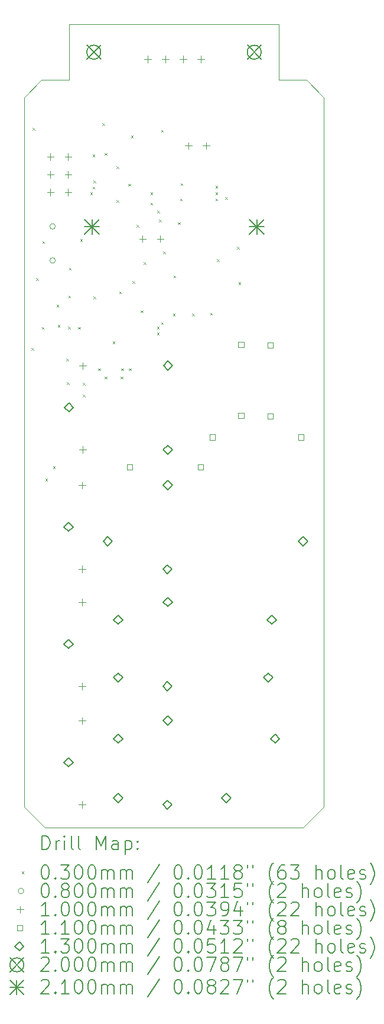
<source format=gbr>
%TF.GenerationSoftware,KiCad,Pcbnew,8.0.8-8.0.8-0~ubuntu24.04.1*%
%TF.CreationDate,2025-03-23T19:57:37+01:00*%
%TF.ProjectId,teaser,74656173-6572-42e6-9b69-6361645f7063,rev?*%
%TF.SameCoordinates,Original*%
%TF.FileFunction,Drillmap*%
%TF.FilePolarity,Positive*%
%FSLAX45Y45*%
G04 Gerber Fmt 4.5, Leading zero omitted, Abs format (unit mm)*
G04 Created by KiCad (PCBNEW 8.0.8-8.0.8-0~ubuntu24.04.1) date 2025-03-23 19:57:37*
%MOMM*%
%LPD*%
G01*
G04 APERTURE LIST*
%ADD10C,0.050000*%
%ADD11C,0.200000*%
%ADD12C,0.100000*%
%ADD13C,0.110000*%
%ADD14C,0.130000*%
%ADD15C,0.210000*%
G04 APERTURE END LIST*
D10*
X12400000Y-15850000D02*
X12100000Y-15550000D01*
X16400000Y-15550000D02*
X16400000Y-5400000D01*
X12750000Y-4350000D02*
X15750000Y-4350000D01*
X12350000Y-5150000D02*
X12100000Y-5400000D01*
X12750000Y-5150000D02*
X12350000Y-5150000D01*
X12750000Y-4350000D02*
X12750000Y-5150000D01*
X16150000Y-5150000D02*
X16400000Y-5400000D01*
X15750000Y-5150000D02*
X16150000Y-5150000D01*
X15750000Y-4350000D02*
X15750000Y-5150000D01*
X12100000Y-14750000D02*
X12100000Y-5400000D01*
X16100000Y-15850000D02*
X16400000Y-15550000D01*
X12100000Y-14750000D02*
X12100000Y-15550000D01*
X12400000Y-15850000D02*
X16100000Y-15850000D01*
D11*
D12*
X12205000Y-8985000D02*
X12235000Y-9015000D01*
X12235000Y-8985000D02*
X12205000Y-9015000D01*
X12225000Y-5835000D02*
X12255000Y-5865000D01*
X12255000Y-5835000D02*
X12225000Y-5865000D01*
X12275000Y-7985000D02*
X12305000Y-8015000D01*
X12305000Y-7985000D02*
X12275000Y-8015000D01*
X12355000Y-8685000D02*
X12385000Y-8715000D01*
X12385000Y-8685000D02*
X12355000Y-8715000D01*
X12365000Y-7455000D02*
X12395000Y-7485000D01*
X12395000Y-7455000D02*
X12365000Y-7485000D01*
X12405000Y-10855000D02*
X12435000Y-10885000D01*
X12435000Y-10855000D02*
X12405000Y-10885000D01*
X12515000Y-10675000D02*
X12545000Y-10705000D01*
X12545000Y-10675000D02*
X12515000Y-10705000D01*
X12565000Y-8365000D02*
X12595000Y-8395000D01*
X12595000Y-8365000D02*
X12565000Y-8395000D01*
X12585000Y-8655000D02*
X12615000Y-8685000D01*
X12615000Y-8655000D02*
X12585000Y-8685000D01*
X12705000Y-9135000D02*
X12735000Y-9165000D01*
X12735000Y-9135000D02*
X12705000Y-9165000D01*
X12715000Y-9475000D02*
X12745000Y-9505000D01*
X12745000Y-9475000D02*
X12715000Y-9505000D01*
X12730000Y-8680000D02*
X12760000Y-8710000D01*
X12760000Y-8680000D02*
X12730000Y-8710000D01*
X12735000Y-8235000D02*
X12765000Y-8265000D01*
X12765000Y-8235000D02*
X12735000Y-8265000D01*
X12745000Y-7835000D02*
X12775000Y-7865000D01*
X12775000Y-7835000D02*
X12745000Y-7865000D01*
X12875000Y-8685000D02*
X12905000Y-8715000D01*
X12905000Y-8685000D02*
X12875000Y-8715000D01*
X12905000Y-7425000D02*
X12935000Y-7455000D01*
X12935000Y-7425000D02*
X12905000Y-7455000D01*
X12945000Y-9485000D02*
X12975000Y-9515000D01*
X12975000Y-9485000D02*
X12945000Y-9515000D01*
X12945000Y-9655000D02*
X12975000Y-9685000D01*
X12975000Y-9655000D02*
X12945000Y-9685000D01*
X13048316Y-6758316D02*
X13078316Y-6788316D01*
X13078316Y-6758316D02*
X13048316Y-6788316D01*
X13085000Y-6215000D02*
X13115000Y-6245000D01*
X13115000Y-6215000D02*
X13085000Y-6245000D01*
X13085000Y-6675000D02*
X13115000Y-6705000D01*
X13115000Y-6675000D02*
X13085000Y-6705000D01*
X13094600Y-6589600D02*
X13124600Y-6619600D01*
X13124600Y-6589600D02*
X13094600Y-6619600D01*
X13095000Y-8245000D02*
X13125000Y-8275000D01*
X13125000Y-8245000D02*
X13095000Y-8275000D01*
X13165000Y-9275000D02*
X13195000Y-9305000D01*
X13195000Y-9275000D02*
X13165000Y-9305000D01*
X13225000Y-5765000D02*
X13255000Y-5795000D01*
X13255000Y-5765000D02*
X13225000Y-5795000D01*
X13255000Y-6195000D02*
X13285000Y-6225000D01*
X13285000Y-6195000D02*
X13255000Y-6225000D01*
X13255000Y-9395000D02*
X13285000Y-9425000D01*
X13285000Y-9395000D02*
X13255000Y-9425000D01*
X13372500Y-8892500D02*
X13402500Y-8922500D01*
X13402500Y-8892500D02*
X13372500Y-8922500D01*
X13425000Y-6385000D02*
X13455000Y-6415000D01*
X13455000Y-6385000D02*
X13425000Y-6415000D01*
X13425000Y-6865000D02*
X13455000Y-6895000D01*
X13455000Y-6865000D02*
X13425000Y-6895000D01*
X13465000Y-8175000D02*
X13495000Y-8205000D01*
X13495000Y-8175000D02*
X13465000Y-8205000D01*
X13485000Y-9395000D02*
X13515000Y-9425000D01*
X13515000Y-9395000D02*
X13485000Y-9425000D01*
X13495000Y-9275000D02*
X13525000Y-9305000D01*
X13525000Y-9275000D02*
X13495000Y-9305000D01*
X13595000Y-6635000D02*
X13625000Y-6665000D01*
X13625000Y-6635000D02*
X13595000Y-6665000D01*
X13605000Y-9275000D02*
X13635000Y-9305000D01*
X13635000Y-9275000D02*
X13605000Y-9305000D01*
X13635000Y-5945000D02*
X13665000Y-5975000D01*
X13665000Y-5945000D02*
X13635000Y-5975000D01*
X13655000Y-8025000D02*
X13685000Y-8055000D01*
X13685000Y-8025000D02*
X13655000Y-8055000D01*
X13715000Y-7225000D02*
X13745000Y-7255000D01*
X13745000Y-7225000D02*
X13715000Y-7255000D01*
X13775000Y-8445000D02*
X13805000Y-8475000D01*
X13805000Y-8445000D02*
X13775000Y-8475000D01*
X13815000Y-7755000D02*
X13845000Y-7785000D01*
X13845000Y-7755000D02*
X13815000Y-7785000D01*
X13915000Y-6755000D02*
X13945000Y-6785000D01*
X13945000Y-6755000D02*
X13915000Y-6785000D01*
X13915000Y-6905000D02*
X13945000Y-6935000D01*
X13945000Y-6905000D02*
X13915000Y-6935000D01*
X14005000Y-8680810D02*
X14035000Y-8710810D01*
X14035000Y-8680810D02*
X14005000Y-8710810D01*
X14005000Y-8765000D02*
X14035000Y-8795000D01*
X14035000Y-8765000D02*
X14005000Y-8795000D01*
X14010000Y-7020000D02*
X14040000Y-7050000D01*
X14040000Y-7020000D02*
X14010000Y-7050000D01*
X14035000Y-7145000D02*
X14065000Y-7175000D01*
X14065000Y-7145000D02*
X14035000Y-7175000D01*
X14065000Y-5865000D02*
X14095000Y-5895000D01*
X14095000Y-5865000D02*
X14065000Y-5895000D01*
X14065000Y-8616000D02*
X14095000Y-8646000D01*
X14095000Y-8616000D02*
X14065000Y-8646000D01*
X14095000Y-7605000D02*
X14125000Y-7635000D01*
X14125000Y-7605000D02*
X14095000Y-7635000D01*
X14235000Y-8495000D02*
X14265000Y-8525000D01*
X14265000Y-8495000D02*
X14235000Y-8525000D01*
X14245000Y-7945000D02*
X14275000Y-7975000D01*
X14275000Y-7945000D02*
X14245000Y-7975000D01*
X14305000Y-7185000D02*
X14335000Y-7215000D01*
X14335000Y-7185000D02*
X14305000Y-7215000D01*
X14335000Y-6845000D02*
X14365000Y-6875000D01*
X14365000Y-6845000D02*
X14335000Y-6875000D01*
X14345000Y-6625000D02*
X14375000Y-6655000D01*
X14375000Y-6625000D02*
X14345000Y-6655000D01*
X14510000Y-8495000D02*
X14540000Y-8525000D01*
X14540000Y-8495000D02*
X14510000Y-8525000D01*
X14770000Y-8480000D02*
X14800000Y-8510000D01*
X14800000Y-8480000D02*
X14770000Y-8510000D01*
X14845000Y-6665000D02*
X14875000Y-6695000D01*
X14875000Y-6665000D02*
X14845000Y-6695000D01*
X14845000Y-6755000D02*
X14875000Y-6785000D01*
X14875000Y-6755000D02*
X14845000Y-6785000D01*
X14845000Y-6845000D02*
X14875000Y-6875000D01*
X14875000Y-6845000D02*
X14845000Y-6875000D01*
X14865000Y-7715000D02*
X14895000Y-7745000D01*
X14895000Y-7715000D02*
X14865000Y-7745000D01*
X14985000Y-6825000D02*
X15015000Y-6855000D01*
X15015000Y-6825000D02*
X14985000Y-6855000D01*
X15155000Y-7535000D02*
X15185000Y-7565000D01*
X15185000Y-7535000D02*
X15155000Y-7565000D01*
X15175000Y-8045000D02*
X15205000Y-8075000D01*
X15205000Y-8045000D02*
X15175000Y-8075000D01*
X12550000Y-7244000D02*
G75*
G02*
X12470000Y-7244000I-40000J0D01*
G01*
X12470000Y-7244000D02*
G75*
G02*
X12550000Y-7244000I40000J0D01*
G01*
X12550000Y-7732000D02*
G75*
G02*
X12470000Y-7732000I-40000J0D01*
G01*
X12470000Y-7732000D02*
G75*
G02*
X12550000Y-7732000I40000J0D01*
G01*
X12480000Y-6200000D02*
X12480000Y-6300000D01*
X12430000Y-6250000D02*
X12530000Y-6250000D01*
X12480000Y-6454000D02*
X12480000Y-6554000D01*
X12430000Y-6504000D02*
X12530000Y-6504000D01*
X12480000Y-6708000D02*
X12480000Y-6808000D01*
X12430000Y-6758000D02*
X12530000Y-6758000D01*
X12734000Y-6200000D02*
X12734000Y-6300000D01*
X12684000Y-6250000D02*
X12784000Y-6250000D01*
X12734000Y-6454000D02*
X12734000Y-6554000D01*
X12684000Y-6504000D02*
X12784000Y-6504000D01*
X12734000Y-6708000D02*
X12734000Y-6808000D01*
X12684000Y-6758000D02*
X12784000Y-6758000D01*
X12935000Y-10900000D02*
X12935000Y-11000000D01*
X12885000Y-10950000D02*
X12985000Y-10950000D01*
X12935000Y-12100000D02*
X12935000Y-12200000D01*
X12885000Y-12150000D02*
X12985000Y-12150000D01*
X12935000Y-12575000D02*
X12935000Y-12675000D01*
X12885000Y-12625000D02*
X12985000Y-12625000D01*
X12935000Y-13775000D02*
X12935000Y-13875000D01*
X12885000Y-13825000D02*
X12985000Y-13825000D01*
X12935000Y-14270000D02*
X12935000Y-14370000D01*
X12885000Y-14320000D02*
X12985000Y-14320000D01*
X12935000Y-15470000D02*
X12935000Y-15570000D01*
X12885000Y-15520000D02*
X12985000Y-15520000D01*
X12940000Y-9190000D02*
X12940000Y-9290000D01*
X12890000Y-9240000D02*
X12990000Y-9240000D01*
X12940000Y-10390000D02*
X12940000Y-10490000D01*
X12890000Y-10440000D02*
X12990000Y-10440000D01*
X13801000Y-7370000D02*
X13801000Y-7470000D01*
X13751000Y-7420000D02*
X13851000Y-7420000D01*
X13876000Y-4800000D02*
X13876000Y-4900000D01*
X13826000Y-4850000D02*
X13926000Y-4850000D01*
X14055000Y-7370000D02*
X14055000Y-7470000D01*
X14005000Y-7420000D02*
X14105000Y-7420000D01*
X14130000Y-4800000D02*
X14130000Y-4900000D01*
X14080000Y-4850000D02*
X14180000Y-4850000D01*
X14384000Y-4800000D02*
X14384000Y-4900000D01*
X14334000Y-4850000D02*
X14434000Y-4850000D01*
X14460000Y-6040000D02*
X14460000Y-6140000D01*
X14410000Y-6090000D02*
X14510000Y-6090000D01*
X14638000Y-4800000D02*
X14638000Y-4900000D01*
X14588000Y-4850000D02*
X14688000Y-4850000D01*
X14714000Y-6040000D02*
X14714000Y-6140000D01*
X14664000Y-6090000D02*
X14764000Y-6090000D01*
D13*
X13652891Y-10728891D02*
X13652891Y-10651109D01*
X13575109Y-10651109D01*
X13575109Y-10728891D01*
X13652891Y-10728891D01*
X14668891Y-10728891D02*
X14668891Y-10651109D01*
X14591109Y-10651109D01*
X14591109Y-10728891D01*
X14668891Y-10728891D01*
X14838891Y-10298891D02*
X14838891Y-10221109D01*
X14761109Y-10221109D01*
X14761109Y-10298891D01*
X14838891Y-10298891D01*
X15248891Y-8972891D02*
X15248891Y-8895109D01*
X15171109Y-8895109D01*
X15171109Y-8972891D01*
X15248891Y-8972891D01*
X15248891Y-9988891D02*
X15248891Y-9911109D01*
X15171109Y-9911109D01*
X15171109Y-9988891D01*
X15248891Y-9988891D01*
X15668891Y-8980891D02*
X15668891Y-8903109D01*
X15591109Y-8903109D01*
X15591109Y-8980891D01*
X15668891Y-8980891D01*
X15668891Y-9996891D02*
X15668891Y-9919109D01*
X15591109Y-9919109D01*
X15591109Y-9996891D01*
X15668891Y-9996891D01*
X16108891Y-10298891D02*
X16108891Y-10221109D01*
X16031109Y-10221109D01*
X16031109Y-10298891D01*
X16108891Y-10298891D01*
D14*
X12740000Y-11610000D02*
X12805000Y-11545000D01*
X12740000Y-11480000D01*
X12675000Y-11545000D01*
X12740000Y-11610000D01*
X12740000Y-13285000D02*
X12805000Y-13220000D01*
X12740000Y-13155000D01*
X12675000Y-13220000D01*
X12740000Y-13285000D01*
X12740000Y-14980000D02*
X12805000Y-14915000D01*
X12740000Y-14850000D01*
X12675000Y-14915000D01*
X12740000Y-14980000D01*
X12745000Y-9900000D02*
X12810000Y-9835000D01*
X12745000Y-9770000D01*
X12680000Y-9835000D01*
X12745000Y-9900000D01*
X13300000Y-11815000D02*
X13365000Y-11750000D01*
X13300000Y-11685000D01*
X13235000Y-11750000D01*
X13300000Y-11815000D01*
X13450000Y-12940000D02*
X13515000Y-12875000D01*
X13450000Y-12810000D01*
X13385000Y-12875000D01*
X13450000Y-12940000D01*
X13450000Y-13765000D02*
X13515000Y-13700000D01*
X13450000Y-13635000D01*
X13385000Y-13700000D01*
X13450000Y-13765000D01*
X13450000Y-14640000D02*
X13515000Y-14575000D01*
X13450000Y-14510000D01*
X13385000Y-14575000D01*
X13450000Y-14640000D01*
X13450000Y-15490000D02*
X13515000Y-15425000D01*
X13450000Y-15360000D01*
X13385000Y-15425000D01*
X13450000Y-15490000D01*
X14155000Y-12215000D02*
X14220000Y-12150000D01*
X14155000Y-12085000D01*
X14090000Y-12150000D01*
X14155000Y-12215000D01*
X14155000Y-13890000D02*
X14220000Y-13825000D01*
X14155000Y-13760000D01*
X14090000Y-13825000D01*
X14155000Y-13890000D01*
X14155000Y-15585000D02*
X14220000Y-15520000D01*
X14155000Y-15455000D01*
X14090000Y-15520000D01*
X14155000Y-15585000D01*
X14160000Y-10505000D02*
X14225000Y-10440000D01*
X14160000Y-10375000D01*
X14095000Y-10440000D01*
X14160000Y-10505000D01*
X14160000Y-11010000D02*
X14225000Y-10945000D01*
X14160000Y-10880000D01*
X14095000Y-10945000D01*
X14160000Y-11010000D01*
X14160000Y-12685000D02*
X14225000Y-12620000D01*
X14160000Y-12555000D01*
X14095000Y-12620000D01*
X14160000Y-12685000D01*
X14160000Y-14380000D02*
X14225000Y-14315000D01*
X14160000Y-14250000D01*
X14095000Y-14315000D01*
X14160000Y-14380000D01*
X14165000Y-9300000D02*
X14230000Y-9235000D01*
X14165000Y-9170000D01*
X14100000Y-9235000D01*
X14165000Y-9300000D01*
X15000000Y-15490000D02*
X15065000Y-15425000D01*
X15000000Y-15360000D01*
X14935000Y-15425000D01*
X15000000Y-15490000D01*
X15600000Y-13765000D02*
X15665000Y-13700000D01*
X15600000Y-13635000D01*
X15535000Y-13700000D01*
X15600000Y-13765000D01*
X15650000Y-12940000D02*
X15715000Y-12875000D01*
X15650000Y-12810000D01*
X15585000Y-12875000D01*
X15650000Y-12940000D01*
X15700000Y-14640000D02*
X15765000Y-14575000D01*
X15700000Y-14510000D01*
X15635000Y-14575000D01*
X15700000Y-14640000D01*
X16100000Y-11815000D02*
X16165000Y-11750000D01*
X16100000Y-11685000D01*
X16035000Y-11750000D01*
X16100000Y-11815000D01*
D11*
X13000000Y-4650000D02*
X13200000Y-4850000D01*
X13200000Y-4650000D02*
X13000000Y-4850000D01*
X13200000Y-4750000D02*
G75*
G02*
X13000000Y-4750000I-100000J0D01*
G01*
X13000000Y-4750000D02*
G75*
G02*
X13200000Y-4750000I100000J0D01*
G01*
X15300000Y-4650000D02*
X15500000Y-4850000D01*
X15500000Y-4650000D02*
X15300000Y-4850000D01*
X15500000Y-4750000D02*
G75*
G02*
X15300000Y-4750000I-100000J0D01*
G01*
X15300000Y-4750000D02*
G75*
G02*
X15500000Y-4750000I100000J0D01*
G01*
D15*
X12971000Y-7145000D02*
X13181000Y-7355000D01*
X13181000Y-7145000D02*
X12971000Y-7355000D01*
X13076000Y-7145000D02*
X13076000Y-7355000D01*
X12971000Y-7250000D02*
X13181000Y-7250000D01*
X15331000Y-7145000D02*
X15541000Y-7355000D01*
X15541000Y-7145000D02*
X15331000Y-7355000D01*
X15436000Y-7145000D02*
X15436000Y-7355000D01*
X15331000Y-7250000D02*
X15541000Y-7250000D01*
D11*
X12358277Y-16163984D02*
X12358277Y-15963984D01*
X12358277Y-15963984D02*
X12405896Y-15963984D01*
X12405896Y-15963984D02*
X12434467Y-15973508D01*
X12434467Y-15973508D02*
X12453515Y-15992555D01*
X12453515Y-15992555D02*
X12463039Y-16011603D01*
X12463039Y-16011603D02*
X12472562Y-16049698D01*
X12472562Y-16049698D02*
X12472562Y-16078269D01*
X12472562Y-16078269D02*
X12463039Y-16116365D01*
X12463039Y-16116365D02*
X12453515Y-16135412D01*
X12453515Y-16135412D02*
X12434467Y-16154460D01*
X12434467Y-16154460D02*
X12405896Y-16163984D01*
X12405896Y-16163984D02*
X12358277Y-16163984D01*
X12558277Y-16163984D02*
X12558277Y-16030650D01*
X12558277Y-16068746D02*
X12567801Y-16049698D01*
X12567801Y-16049698D02*
X12577324Y-16040174D01*
X12577324Y-16040174D02*
X12596372Y-16030650D01*
X12596372Y-16030650D02*
X12615420Y-16030650D01*
X12682086Y-16163984D02*
X12682086Y-16030650D01*
X12682086Y-15963984D02*
X12672562Y-15973508D01*
X12672562Y-15973508D02*
X12682086Y-15983031D01*
X12682086Y-15983031D02*
X12691610Y-15973508D01*
X12691610Y-15973508D02*
X12682086Y-15963984D01*
X12682086Y-15963984D02*
X12682086Y-15983031D01*
X12805896Y-16163984D02*
X12786848Y-16154460D01*
X12786848Y-16154460D02*
X12777324Y-16135412D01*
X12777324Y-16135412D02*
X12777324Y-15963984D01*
X12910658Y-16163984D02*
X12891610Y-16154460D01*
X12891610Y-16154460D02*
X12882086Y-16135412D01*
X12882086Y-16135412D02*
X12882086Y-15963984D01*
X13139229Y-16163984D02*
X13139229Y-15963984D01*
X13139229Y-15963984D02*
X13205896Y-16106841D01*
X13205896Y-16106841D02*
X13272562Y-15963984D01*
X13272562Y-15963984D02*
X13272562Y-16163984D01*
X13453515Y-16163984D02*
X13453515Y-16059222D01*
X13453515Y-16059222D02*
X13443991Y-16040174D01*
X13443991Y-16040174D02*
X13424943Y-16030650D01*
X13424943Y-16030650D02*
X13386848Y-16030650D01*
X13386848Y-16030650D02*
X13367801Y-16040174D01*
X13453515Y-16154460D02*
X13434467Y-16163984D01*
X13434467Y-16163984D02*
X13386848Y-16163984D01*
X13386848Y-16163984D02*
X13367801Y-16154460D01*
X13367801Y-16154460D02*
X13358277Y-16135412D01*
X13358277Y-16135412D02*
X13358277Y-16116365D01*
X13358277Y-16116365D02*
X13367801Y-16097317D01*
X13367801Y-16097317D02*
X13386848Y-16087793D01*
X13386848Y-16087793D02*
X13434467Y-16087793D01*
X13434467Y-16087793D02*
X13453515Y-16078269D01*
X13548753Y-16030650D02*
X13548753Y-16230650D01*
X13548753Y-16040174D02*
X13567801Y-16030650D01*
X13567801Y-16030650D02*
X13605896Y-16030650D01*
X13605896Y-16030650D02*
X13624943Y-16040174D01*
X13624943Y-16040174D02*
X13634467Y-16049698D01*
X13634467Y-16049698D02*
X13643991Y-16068746D01*
X13643991Y-16068746D02*
X13643991Y-16125888D01*
X13643991Y-16125888D02*
X13634467Y-16144936D01*
X13634467Y-16144936D02*
X13624943Y-16154460D01*
X13624943Y-16154460D02*
X13605896Y-16163984D01*
X13605896Y-16163984D02*
X13567801Y-16163984D01*
X13567801Y-16163984D02*
X13548753Y-16154460D01*
X13729705Y-16144936D02*
X13739229Y-16154460D01*
X13739229Y-16154460D02*
X13729705Y-16163984D01*
X13729705Y-16163984D02*
X13720182Y-16154460D01*
X13720182Y-16154460D02*
X13729705Y-16144936D01*
X13729705Y-16144936D02*
X13729705Y-16163984D01*
X13729705Y-16040174D02*
X13739229Y-16049698D01*
X13739229Y-16049698D02*
X13729705Y-16059222D01*
X13729705Y-16059222D02*
X13720182Y-16049698D01*
X13720182Y-16049698D02*
X13729705Y-16040174D01*
X13729705Y-16040174D02*
X13729705Y-16059222D01*
D12*
X12067500Y-16477500D02*
X12097500Y-16507500D01*
X12097500Y-16477500D02*
X12067500Y-16507500D01*
D11*
X12396372Y-16383984D02*
X12415420Y-16383984D01*
X12415420Y-16383984D02*
X12434467Y-16393508D01*
X12434467Y-16393508D02*
X12443991Y-16403031D01*
X12443991Y-16403031D02*
X12453515Y-16422079D01*
X12453515Y-16422079D02*
X12463039Y-16460174D01*
X12463039Y-16460174D02*
X12463039Y-16507793D01*
X12463039Y-16507793D02*
X12453515Y-16545888D01*
X12453515Y-16545888D02*
X12443991Y-16564936D01*
X12443991Y-16564936D02*
X12434467Y-16574460D01*
X12434467Y-16574460D02*
X12415420Y-16583984D01*
X12415420Y-16583984D02*
X12396372Y-16583984D01*
X12396372Y-16583984D02*
X12377324Y-16574460D01*
X12377324Y-16574460D02*
X12367801Y-16564936D01*
X12367801Y-16564936D02*
X12358277Y-16545888D01*
X12358277Y-16545888D02*
X12348753Y-16507793D01*
X12348753Y-16507793D02*
X12348753Y-16460174D01*
X12348753Y-16460174D02*
X12358277Y-16422079D01*
X12358277Y-16422079D02*
X12367801Y-16403031D01*
X12367801Y-16403031D02*
X12377324Y-16393508D01*
X12377324Y-16393508D02*
X12396372Y-16383984D01*
X12548753Y-16564936D02*
X12558277Y-16574460D01*
X12558277Y-16574460D02*
X12548753Y-16583984D01*
X12548753Y-16583984D02*
X12539229Y-16574460D01*
X12539229Y-16574460D02*
X12548753Y-16564936D01*
X12548753Y-16564936D02*
X12548753Y-16583984D01*
X12624943Y-16383984D02*
X12748753Y-16383984D01*
X12748753Y-16383984D02*
X12682086Y-16460174D01*
X12682086Y-16460174D02*
X12710658Y-16460174D01*
X12710658Y-16460174D02*
X12729705Y-16469698D01*
X12729705Y-16469698D02*
X12739229Y-16479222D01*
X12739229Y-16479222D02*
X12748753Y-16498269D01*
X12748753Y-16498269D02*
X12748753Y-16545888D01*
X12748753Y-16545888D02*
X12739229Y-16564936D01*
X12739229Y-16564936D02*
X12729705Y-16574460D01*
X12729705Y-16574460D02*
X12710658Y-16583984D01*
X12710658Y-16583984D02*
X12653515Y-16583984D01*
X12653515Y-16583984D02*
X12634467Y-16574460D01*
X12634467Y-16574460D02*
X12624943Y-16564936D01*
X12872562Y-16383984D02*
X12891610Y-16383984D01*
X12891610Y-16383984D02*
X12910658Y-16393508D01*
X12910658Y-16393508D02*
X12920182Y-16403031D01*
X12920182Y-16403031D02*
X12929705Y-16422079D01*
X12929705Y-16422079D02*
X12939229Y-16460174D01*
X12939229Y-16460174D02*
X12939229Y-16507793D01*
X12939229Y-16507793D02*
X12929705Y-16545888D01*
X12929705Y-16545888D02*
X12920182Y-16564936D01*
X12920182Y-16564936D02*
X12910658Y-16574460D01*
X12910658Y-16574460D02*
X12891610Y-16583984D01*
X12891610Y-16583984D02*
X12872562Y-16583984D01*
X12872562Y-16583984D02*
X12853515Y-16574460D01*
X12853515Y-16574460D02*
X12843991Y-16564936D01*
X12843991Y-16564936D02*
X12834467Y-16545888D01*
X12834467Y-16545888D02*
X12824943Y-16507793D01*
X12824943Y-16507793D02*
X12824943Y-16460174D01*
X12824943Y-16460174D02*
X12834467Y-16422079D01*
X12834467Y-16422079D02*
X12843991Y-16403031D01*
X12843991Y-16403031D02*
X12853515Y-16393508D01*
X12853515Y-16393508D02*
X12872562Y-16383984D01*
X13063039Y-16383984D02*
X13082086Y-16383984D01*
X13082086Y-16383984D02*
X13101134Y-16393508D01*
X13101134Y-16393508D02*
X13110658Y-16403031D01*
X13110658Y-16403031D02*
X13120182Y-16422079D01*
X13120182Y-16422079D02*
X13129705Y-16460174D01*
X13129705Y-16460174D02*
X13129705Y-16507793D01*
X13129705Y-16507793D02*
X13120182Y-16545888D01*
X13120182Y-16545888D02*
X13110658Y-16564936D01*
X13110658Y-16564936D02*
X13101134Y-16574460D01*
X13101134Y-16574460D02*
X13082086Y-16583984D01*
X13082086Y-16583984D02*
X13063039Y-16583984D01*
X13063039Y-16583984D02*
X13043991Y-16574460D01*
X13043991Y-16574460D02*
X13034467Y-16564936D01*
X13034467Y-16564936D02*
X13024943Y-16545888D01*
X13024943Y-16545888D02*
X13015420Y-16507793D01*
X13015420Y-16507793D02*
X13015420Y-16460174D01*
X13015420Y-16460174D02*
X13024943Y-16422079D01*
X13024943Y-16422079D02*
X13034467Y-16403031D01*
X13034467Y-16403031D02*
X13043991Y-16393508D01*
X13043991Y-16393508D02*
X13063039Y-16383984D01*
X13215420Y-16583984D02*
X13215420Y-16450650D01*
X13215420Y-16469698D02*
X13224943Y-16460174D01*
X13224943Y-16460174D02*
X13243991Y-16450650D01*
X13243991Y-16450650D02*
X13272563Y-16450650D01*
X13272563Y-16450650D02*
X13291610Y-16460174D01*
X13291610Y-16460174D02*
X13301134Y-16479222D01*
X13301134Y-16479222D02*
X13301134Y-16583984D01*
X13301134Y-16479222D02*
X13310658Y-16460174D01*
X13310658Y-16460174D02*
X13329705Y-16450650D01*
X13329705Y-16450650D02*
X13358277Y-16450650D01*
X13358277Y-16450650D02*
X13377324Y-16460174D01*
X13377324Y-16460174D02*
X13386848Y-16479222D01*
X13386848Y-16479222D02*
X13386848Y-16583984D01*
X13482086Y-16583984D02*
X13482086Y-16450650D01*
X13482086Y-16469698D02*
X13491610Y-16460174D01*
X13491610Y-16460174D02*
X13510658Y-16450650D01*
X13510658Y-16450650D02*
X13539229Y-16450650D01*
X13539229Y-16450650D02*
X13558277Y-16460174D01*
X13558277Y-16460174D02*
X13567801Y-16479222D01*
X13567801Y-16479222D02*
X13567801Y-16583984D01*
X13567801Y-16479222D02*
X13577324Y-16460174D01*
X13577324Y-16460174D02*
X13596372Y-16450650D01*
X13596372Y-16450650D02*
X13624943Y-16450650D01*
X13624943Y-16450650D02*
X13643991Y-16460174D01*
X13643991Y-16460174D02*
X13653515Y-16479222D01*
X13653515Y-16479222D02*
X13653515Y-16583984D01*
X14043991Y-16374460D02*
X13872563Y-16631603D01*
X14301134Y-16383984D02*
X14320182Y-16383984D01*
X14320182Y-16383984D02*
X14339229Y-16393508D01*
X14339229Y-16393508D02*
X14348753Y-16403031D01*
X14348753Y-16403031D02*
X14358277Y-16422079D01*
X14358277Y-16422079D02*
X14367801Y-16460174D01*
X14367801Y-16460174D02*
X14367801Y-16507793D01*
X14367801Y-16507793D02*
X14358277Y-16545888D01*
X14358277Y-16545888D02*
X14348753Y-16564936D01*
X14348753Y-16564936D02*
X14339229Y-16574460D01*
X14339229Y-16574460D02*
X14320182Y-16583984D01*
X14320182Y-16583984D02*
X14301134Y-16583984D01*
X14301134Y-16583984D02*
X14282086Y-16574460D01*
X14282086Y-16574460D02*
X14272563Y-16564936D01*
X14272563Y-16564936D02*
X14263039Y-16545888D01*
X14263039Y-16545888D02*
X14253515Y-16507793D01*
X14253515Y-16507793D02*
X14253515Y-16460174D01*
X14253515Y-16460174D02*
X14263039Y-16422079D01*
X14263039Y-16422079D02*
X14272563Y-16403031D01*
X14272563Y-16403031D02*
X14282086Y-16393508D01*
X14282086Y-16393508D02*
X14301134Y-16383984D01*
X14453515Y-16564936D02*
X14463039Y-16574460D01*
X14463039Y-16574460D02*
X14453515Y-16583984D01*
X14453515Y-16583984D02*
X14443991Y-16574460D01*
X14443991Y-16574460D02*
X14453515Y-16564936D01*
X14453515Y-16564936D02*
X14453515Y-16583984D01*
X14586848Y-16383984D02*
X14605896Y-16383984D01*
X14605896Y-16383984D02*
X14624944Y-16393508D01*
X14624944Y-16393508D02*
X14634467Y-16403031D01*
X14634467Y-16403031D02*
X14643991Y-16422079D01*
X14643991Y-16422079D02*
X14653515Y-16460174D01*
X14653515Y-16460174D02*
X14653515Y-16507793D01*
X14653515Y-16507793D02*
X14643991Y-16545888D01*
X14643991Y-16545888D02*
X14634467Y-16564936D01*
X14634467Y-16564936D02*
X14624944Y-16574460D01*
X14624944Y-16574460D02*
X14605896Y-16583984D01*
X14605896Y-16583984D02*
X14586848Y-16583984D01*
X14586848Y-16583984D02*
X14567801Y-16574460D01*
X14567801Y-16574460D02*
X14558277Y-16564936D01*
X14558277Y-16564936D02*
X14548753Y-16545888D01*
X14548753Y-16545888D02*
X14539229Y-16507793D01*
X14539229Y-16507793D02*
X14539229Y-16460174D01*
X14539229Y-16460174D02*
X14548753Y-16422079D01*
X14548753Y-16422079D02*
X14558277Y-16403031D01*
X14558277Y-16403031D02*
X14567801Y-16393508D01*
X14567801Y-16393508D02*
X14586848Y-16383984D01*
X14843991Y-16583984D02*
X14729706Y-16583984D01*
X14786848Y-16583984D02*
X14786848Y-16383984D01*
X14786848Y-16383984D02*
X14767801Y-16412555D01*
X14767801Y-16412555D02*
X14748753Y-16431603D01*
X14748753Y-16431603D02*
X14729706Y-16441127D01*
X15034467Y-16583984D02*
X14920182Y-16583984D01*
X14977325Y-16583984D02*
X14977325Y-16383984D01*
X14977325Y-16383984D02*
X14958277Y-16412555D01*
X14958277Y-16412555D02*
X14939229Y-16431603D01*
X14939229Y-16431603D02*
X14920182Y-16441127D01*
X15148753Y-16469698D02*
X15129706Y-16460174D01*
X15129706Y-16460174D02*
X15120182Y-16450650D01*
X15120182Y-16450650D02*
X15110658Y-16431603D01*
X15110658Y-16431603D02*
X15110658Y-16422079D01*
X15110658Y-16422079D02*
X15120182Y-16403031D01*
X15120182Y-16403031D02*
X15129706Y-16393508D01*
X15129706Y-16393508D02*
X15148753Y-16383984D01*
X15148753Y-16383984D02*
X15186848Y-16383984D01*
X15186848Y-16383984D02*
X15205896Y-16393508D01*
X15205896Y-16393508D02*
X15215420Y-16403031D01*
X15215420Y-16403031D02*
X15224944Y-16422079D01*
X15224944Y-16422079D02*
X15224944Y-16431603D01*
X15224944Y-16431603D02*
X15215420Y-16450650D01*
X15215420Y-16450650D02*
X15205896Y-16460174D01*
X15205896Y-16460174D02*
X15186848Y-16469698D01*
X15186848Y-16469698D02*
X15148753Y-16469698D01*
X15148753Y-16469698D02*
X15129706Y-16479222D01*
X15129706Y-16479222D02*
X15120182Y-16488746D01*
X15120182Y-16488746D02*
X15110658Y-16507793D01*
X15110658Y-16507793D02*
X15110658Y-16545888D01*
X15110658Y-16545888D02*
X15120182Y-16564936D01*
X15120182Y-16564936D02*
X15129706Y-16574460D01*
X15129706Y-16574460D02*
X15148753Y-16583984D01*
X15148753Y-16583984D02*
X15186848Y-16583984D01*
X15186848Y-16583984D02*
X15205896Y-16574460D01*
X15205896Y-16574460D02*
X15215420Y-16564936D01*
X15215420Y-16564936D02*
X15224944Y-16545888D01*
X15224944Y-16545888D02*
X15224944Y-16507793D01*
X15224944Y-16507793D02*
X15215420Y-16488746D01*
X15215420Y-16488746D02*
X15205896Y-16479222D01*
X15205896Y-16479222D02*
X15186848Y-16469698D01*
X15301134Y-16383984D02*
X15301134Y-16422079D01*
X15377325Y-16383984D02*
X15377325Y-16422079D01*
X15672563Y-16660174D02*
X15663039Y-16650650D01*
X15663039Y-16650650D02*
X15643991Y-16622079D01*
X15643991Y-16622079D02*
X15634468Y-16603031D01*
X15634468Y-16603031D02*
X15624944Y-16574460D01*
X15624944Y-16574460D02*
X15615420Y-16526841D01*
X15615420Y-16526841D02*
X15615420Y-16488746D01*
X15615420Y-16488746D02*
X15624944Y-16441127D01*
X15624944Y-16441127D02*
X15634468Y-16412555D01*
X15634468Y-16412555D02*
X15643991Y-16393508D01*
X15643991Y-16393508D02*
X15663039Y-16364936D01*
X15663039Y-16364936D02*
X15672563Y-16355412D01*
X15834468Y-16383984D02*
X15796372Y-16383984D01*
X15796372Y-16383984D02*
X15777325Y-16393508D01*
X15777325Y-16393508D02*
X15767801Y-16403031D01*
X15767801Y-16403031D02*
X15748753Y-16431603D01*
X15748753Y-16431603D02*
X15739229Y-16469698D01*
X15739229Y-16469698D02*
X15739229Y-16545888D01*
X15739229Y-16545888D02*
X15748753Y-16564936D01*
X15748753Y-16564936D02*
X15758277Y-16574460D01*
X15758277Y-16574460D02*
X15777325Y-16583984D01*
X15777325Y-16583984D02*
X15815420Y-16583984D01*
X15815420Y-16583984D02*
X15834468Y-16574460D01*
X15834468Y-16574460D02*
X15843991Y-16564936D01*
X15843991Y-16564936D02*
X15853515Y-16545888D01*
X15853515Y-16545888D02*
X15853515Y-16498269D01*
X15853515Y-16498269D02*
X15843991Y-16479222D01*
X15843991Y-16479222D02*
X15834468Y-16469698D01*
X15834468Y-16469698D02*
X15815420Y-16460174D01*
X15815420Y-16460174D02*
X15777325Y-16460174D01*
X15777325Y-16460174D02*
X15758277Y-16469698D01*
X15758277Y-16469698D02*
X15748753Y-16479222D01*
X15748753Y-16479222D02*
X15739229Y-16498269D01*
X15920182Y-16383984D02*
X16043991Y-16383984D01*
X16043991Y-16383984D02*
X15977325Y-16460174D01*
X15977325Y-16460174D02*
X16005896Y-16460174D01*
X16005896Y-16460174D02*
X16024944Y-16469698D01*
X16024944Y-16469698D02*
X16034468Y-16479222D01*
X16034468Y-16479222D02*
X16043991Y-16498269D01*
X16043991Y-16498269D02*
X16043991Y-16545888D01*
X16043991Y-16545888D02*
X16034468Y-16564936D01*
X16034468Y-16564936D02*
X16024944Y-16574460D01*
X16024944Y-16574460D02*
X16005896Y-16583984D01*
X16005896Y-16583984D02*
X15948753Y-16583984D01*
X15948753Y-16583984D02*
X15929706Y-16574460D01*
X15929706Y-16574460D02*
X15920182Y-16564936D01*
X16282087Y-16583984D02*
X16282087Y-16383984D01*
X16367801Y-16583984D02*
X16367801Y-16479222D01*
X16367801Y-16479222D02*
X16358277Y-16460174D01*
X16358277Y-16460174D02*
X16339230Y-16450650D01*
X16339230Y-16450650D02*
X16310658Y-16450650D01*
X16310658Y-16450650D02*
X16291610Y-16460174D01*
X16291610Y-16460174D02*
X16282087Y-16469698D01*
X16491610Y-16583984D02*
X16472563Y-16574460D01*
X16472563Y-16574460D02*
X16463039Y-16564936D01*
X16463039Y-16564936D02*
X16453515Y-16545888D01*
X16453515Y-16545888D02*
X16453515Y-16488746D01*
X16453515Y-16488746D02*
X16463039Y-16469698D01*
X16463039Y-16469698D02*
X16472563Y-16460174D01*
X16472563Y-16460174D02*
X16491610Y-16450650D01*
X16491610Y-16450650D02*
X16520182Y-16450650D01*
X16520182Y-16450650D02*
X16539230Y-16460174D01*
X16539230Y-16460174D02*
X16548753Y-16469698D01*
X16548753Y-16469698D02*
X16558277Y-16488746D01*
X16558277Y-16488746D02*
X16558277Y-16545888D01*
X16558277Y-16545888D02*
X16548753Y-16564936D01*
X16548753Y-16564936D02*
X16539230Y-16574460D01*
X16539230Y-16574460D02*
X16520182Y-16583984D01*
X16520182Y-16583984D02*
X16491610Y-16583984D01*
X16672563Y-16583984D02*
X16653515Y-16574460D01*
X16653515Y-16574460D02*
X16643991Y-16555412D01*
X16643991Y-16555412D02*
X16643991Y-16383984D01*
X16824944Y-16574460D02*
X16805896Y-16583984D01*
X16805896Y-16583984D02*
X16767801Y-16583984D01*
X16767801Y-16583984D02*
X16748753Y-16574460D01*
X16748753Y-16574460D02*
X16739230Y-16555412D01*
X16739230Y-16555412D02*
X16739230Y-16479222D01*
X16739230Y-16479222D02*
X16748753Y-16460174D01*
X16748753Y-16460174D02*
X16767801Y-16450650D01*
X16767801Y-16450650D02*
X16805896Y-16450650D01*
X16805896Y-16450650D02*
X16824944Y-16460174D01*
X16824944Y-16460174D02*
X16834468Y-16479222D01*
X16834468Y-16479222D02*
X16834468Y-16498269D01*
X16834468Y-16498269D02*
X16739230Y-16517317D01*
X16910658Y-16574460D02*
X16929706Y-16583984D01*
X16929706Y-16583984D02*
X16967801Y-16583984D01*
X16967801Y-16583984D02*
X16986849Y-16574460D01*
X16986849Y-16574460D02*
X16996373Y-16555412D01*
X16996373Y-16555412D02*
X16996373Y-16545888D01*
X16996373Y-16545888D02*
X16986849Y-16526841D01*
X16986849Y-16526841D02*
X16967801Y-16517317D01*
X16967801Y-16517317D02*
X16939230Y-16517317D01*
X16939230Y-16517317D02*
X16920182Y-16507793D01*
X16920182Y-16507793D02*
X16910658Y-16488746D01*
X16910658Y-16488746D02*
X16910658Y-16479222D01*
X16910658Y-16479222D02*
X16920182Y-16460174D01*
X16920182Y-16460174D02*
X16939230Y-16450650D01*
X16939230Y-16450650D02*
X16967801Y-16450650D01*
X16967801Y-16450650D02*
X16986849Y-16460174D01*
X17063039Y-16660174D02*
X17072563Y-16650650D01*
X17072563Y-16650650D02*
X17091611Y-16622079D01*
X17091611Y-16622079D02*
X17101134Y-16603031D01*
X17101134Y-16603031D02*
X17110658Y-16574460D01*
X17110658Y-16574460D02*
X17120182Y-16526841D01*
X17120182Y-16526841D02*
X17120182Y-16488746D01*
X17120182Y-16488746D02*
X17110658Y-16441127D01*
X17110658Y-16441127D02*
X17101134Y-16412555D01*
X17101134Y-16412555D02*
X17091611Y-16393508D01*
X17091611Y-16393508D02*
X17072563Y-16364936D01*
X17072563Y-16364936D02*
X17063039Y-16355412D01*
D12*
X12097500Y-16756500D02*
G75*
G02*
X12017500Y-16756500I-40000J0D01*
G01*
X12017500Y-16756500D02*
G75*
G02*
X12097500Y-16756500I40000J0D01*
G01*
D11*
X12396372Y-16647984D02*
X12415420Y-16647984D01*
X12415420Y-16647984D02*
X12434467Y-16657508D01*
X12434467Y-16657508D02*
X12443991Y-16667031D01*
X12443991Y-16667031D02*
X12453515Y-16686079D01*
X12453515Y-16686079D02*
X12463039Y-16724174D01*
X12463039Y-16724174D02*
X12463039Y-16771793D01*
X12463039Y-16771793D02*
X12453515Y-16809889D01*
X12453515Y-16809889D02*
X12443991Y-16828936D01*
X12443991Y-16828936D02*
X12434467Y-16838460D01*
X12434467Y-16838460D02*
X12415420Y-16847984D01*
X12415420Y-16847984D02*
X12396372Y-16847984D01*
X12396372Y-16847984D02*
X12377324Y-16838460D01*
X12377324Y-16838460D02*
X12367801Y-16828936D01*
X12367801Y-16828936D02*
X12358277Y-16809889D01*
X12358277Y-16809889D02*
X12348753Y-16771793D01*
X12348753Y-16771793D02*
X12348753Y-16724174D01*
X12348753Y-16724174D02*
X12358277Y-16686079D01*
X12358277Y-16686079D02*
X12367801Y-16667031D01*
X12367801Y-16667031D02*
X12377324Y-16657508D01*
X12377324Y-16657508D02*
X12396372Y-16647984D01*
X12548753Y-16828936D02*
X12558277Y-16838460D01*
X12558277Y-16838460D02*
X12548753Y-16847984D01*
X12548753Y-16847984D02*
X12539229Y-16838460D01*
X12539229Y-16838460D02*
X12548753Y-16828936D01*
X12548753Y-16828936D02*
X12548753Y-16847984D01*
X12672562Y-16733698D02*
X12653515Y-16724174D01*
X12653515Y-16724174D02*
X12643991Y-16714650D01*
X12643991Y-16714650D02*
X12634467Y-16695603D01*
X12634467Y-16695603D02*
X12634467Y-16686079D01*
X12634467Y-16686079D02*
X12643991Y-16667031D01*
X12643991Y-16667031D02*
X12653515Y-16657508D01*
X12653515Y-16657508D02*
X12672562Y-16647984D01*
X12672562Y-16647984D02*
X12710658Y-16647984D01*
X12710658Y-16647984D02*
X12729705Y-16657508D01*
X12729705Y-16657508D02*
X12739229Y-16667031D01*
X12739229Y-16667031D02*
X12748753Y-16686079D01*
X12748753Y-16686079D02*
X12748753Y-16695603D01*
X12748753Y-16695603D02*
X12739229Y-16714650D01*
X12739229Y-16714650D02*
X12729705Y-16724174D01*
X12729705Y-16724174D02*
X12710658Y-16733698D01*
X12710658Y-16733698D02*
X12672562Y-16733698D01*
X12672562Y-16733698D02*
X12653515Y-16743222D01*
X12653515Y-16743222D02*
X12643991Y-16752746D01*
X12643991Y-16752746D02*
X12634467Y-16771793D01*
X12634467Y-16771793D02*
X12634467Y-16809889D01*
X12634467Y-16809889D02*
X12643991Y-16828936D01*
X12643991Y-16828936D02*
X12653515Y-16838460D01*
X12653515Y-16838460D02*
X12672562Y-16847984D01*
X12672562Y-16847984D02*
X12710658Y-16847984D01*
X12710658Y-16847984D02*
X12729705Y-16838460D01*
X12729705Y-16838460D02*
X12739229Y-16828936D01*
X12739229Y-16828936D02*
X12748753Y-16809889D01*
X12748753Y-16809889D02*
X12748753Y-16771793D01*
X12748753Y-16771793D02*
X12739229Y-16752746D01*
X12739229Y-16752746D02*
X12729705Y-16743222D01*
X12729705Y-16743222D02*
X12710658Y-16733698D01*
X12872562Y-16647984D02*
X12891610Y-16647984D01*
X12891610Y-16647984D02*
X12910658Y-16657508D01*
X12910658Y-16657508D02*
X12920182Y-16667031D01*
X12920182Y-16667031D02*
X12929705Y-16686079D01*
X12929705Y-16686079D02*
X12939229Y-16724174D01*
X12939229Y-16724174D02*
X12939229Y-16771793D01*
X12939229Y-16771793D02*
X12929705Y-16809889D01*
X12929705Y-16809889D02*
X12920182Y-16828936D01*
X12920182Y-16828936D02*
X12910658Y-16838460D01*
X12910658Y-16838460D02*
X12891610Y-16847984D01*
X12891610Y-16847984D02*
X12872562Y-16847984D01*
X12872562Y-16847984D02*
X12853515Y-16838460D01*
X12853515Y-16838460D02*
X12843991Y-16828936D01*
X12843991Y-16828936D02*
X12834467Y-16809889D01*
X12834467Y-16809889D02*
X12824943Y-16771793D01*
X12824943Y-16771793D02*
X12824943Y-16724174D01*
X12824943Y-16724174D02*
X12834467Y-16686079D01*
X12834467Y-16686079D02*
X12843991Y-16667031D01*
X12843991Y-16667031D02*
X12853515Y-16657508D01*
X12853515Y-16657508D02*
X12872562Y-16647984D01*
X13063039Y-16647984D02*
X13082086Y-16647984D01*
X13082086Y-16647984D02*
X13101134Y-16657508D01*
X13101134Y-16657508D02*
X13110658Y-16667031D01*
X13110658Y-16667031D02*
X13120182Y-16686079D01*
X13120182Y-16686079D02*
X13129705Y-16724174D01*
X13129705Y-16724174D02*
X13129705Y-16771793D01*
X13129705Y-16771793D02*
X13120182Y-16809889D01*
X13120182Y-16809889D02*
X13110658Y-16828936D01*
X13110658Y-16828936D02*
X13101134Y-16838460D01*
X13101134Y-16838460D02*
X13082086Y-16847984D01*
X13082086Y-16847984D02*
X13063039Y-16847984D01*
X13063039Y-16847984D02*
X13043991Y-16838460D01*
X13043991Y-16838460D02*
X13034467Y-16828936D01*
X13034467Y-16828936D02*
X13024943Y-16809889D01*
X13024943Y-16809889D02*
X13015420Y-16771793D01*
X13015420Y-16771793D02*
X13015420Y-16724174D01*
X13015420Y-16724174D02*
X13024943Y-16686079D01*
X13024943Y-16686079D02*
X13034467Y-16667031D01*
X13034467Y-16667031D02*
X13043991Y-16657508D01*
X13043991Y-16657508D02*
X13063039Y-16647984D01*
X13215420Y-16847984D02*
X13215420Y-16714650D01*
X13215420Y-16733698D02*
X13224943Y-16724174D01*
X13224943Y-16724174D02*
X13243991Y-16714650D01*
X13243991Y-16714650D02*
X13272563Y-16714650D01*
X13272563Y-16714650D02*
X13291610Y-16724174D01*
X13291610Y-16724174D02*
X13301134Y-16743222D01*
X13301134Y-16743222D02*
X13301134Y-16847984D01*
X13301134Y-16743222D02*
X13310658Y-16724174D01*
X13310658Y-16724174D02*
X13329705Y-16714650D01*
X13329705Y-16714650D02*
X13358277Y-16714650D01*
X13358277Y-16714650D02*
X13377324Y-16724174D01*
X13377324Y-16724174D02*
X13386848Y-16743222D01*
X13386848Y-16743222D02*
X13386848Y-16847984D01*
X13482086Y-16847984D02*
X13482086Y-16714650D01*
X13482086Y-16733698D02*
X13491610Y-16724174D01*
X13491610Y-16724174D02*
X13510658Y-16714650D01*
X13510658Y-16714650D02*
X13539229Y-16714650D01*
X13539229Y-16714650D02*
X13558277Y-16724174D01*
X13558277Y-16724174D02*
X13567801Y-16743222D01*
X13567801Y-16743222D02*
X13567801Y-16847984D01*
X13567801Y-16743222D02*
X13577324Y-16724174D01*
X13577324Y-16724174D02*
X13596372Y-16714650D01*
X13596372Y-16714650D02*
X13624943Y-16714650D01*
X13624943Y-16714650D02*
X13643991Y-16724174D01*
X13643991Y-16724174D02*
X13653515Y-16743222D01*
X13653515Y-16743222D02*
X13653515Y-16847984D01*
X14043991Y-16638460D02*
X13872563Y-16895603D01*
X14301134Y-16647984D02*
X14320182Y-16647984D01*
X14320182Y-16647984D02*
X14339229Y-16657508D01*
X14339229Y-16657508D02*
X14348753Y-16667031D01*
X14348753Y-16667031D02*
X14358277Y-16686079D01*
X14358277Y-16686079D02*
X14367801Y-16724174D01*
X14367801Y-16724174D02*
X14367801Y-16771793D01*
X14367801Y-16771793D02*
X14358277Y-16809889D01*
X14358277Y-16809889D02*
X14348753Y-16828936D01*
X14348753Y-16828936D02*
X14339229Y-16838460D01*
X14339229Y-16838460D02*
X14320182Y-16847984D01*
X14320182Y-16847984D02*
X14301134Y-16847984D01*
X14301134Y-16847984D02*
X14282086Y-16838460D01*
X14282086Y-16838460D02*
X14272563Y-16828936D01*
X14272563Y-16828936D02*
X14263039Y-16809889D01*
X14263039Y-16809889D02*
X14253515Y-16771793D01*
X14253515Y-16771793D02*
X14253515Y-16724174D01*
X14253515Y-16724174D02*
X14263039Y-16686079D01*
X14263039Y-16686079D02*
X14272563Y-16667031D01*
X14272563Y-16667031D02*
X14282086Y-16657508D01*
X14282086Y-16657508D02*
X14301134Y-16647984D01*
X14453515Y-16828936D02*
X14463039Y-16838460D01*
X14463039Y-16838460D02*
X14453515Y-16847984D01*
X14453515Y-16847984D02*
X14443991Y-16838460D01*
X14443991Y-16838460D02*
X14453515Y-16828936D01*
X14453515Y-16828936D02*
X14453515Y-16847984D01*
X14586848Y-16647984D02*
X14605896Y-16647984D01*
X14605896Y-16647984D02*
X14624944Y-16657508D01*
X14624944Y-16657508D02*
X14634467Y-16667031D01*
X14634467Y-16667031D02*
X14643991Y-16686079D01*
X14643991Y-16686079D02*
X14653515Y-16724174D01*
X14653515Y-16724174D02*
X14653515Y-16771793D01*
X14653515Y-16771793D02*
X14643991Y-16809889D01*
X14643991Y-16809889D02*
X14634467Y-16828936D01*
X14634467Y-16828936D02*
X14624944Y-16838460D01*
X14624944Y-16838460D02*
X14605896Y-16847984D01*
X14605896Y-16847984D02*
X14586848Y-16847984D01*
X14586848Y-16847984D02*
X14567801Y-16838460D01*
X14567801Y-16838460D02*
X14558277Y-16828936D01*
X14558277Y-16828936D02*
X14548753Y-16809889D01*
X14548753Y-16809889D02*
X14539229Y-16771793D01*
X14539229Y-16771793D02*
X14539229Y-16724174D01*
X14539229Y-16724174D02*
X14548753Y-16686079D01*
X14548753Y-16686079D02*
X14558277Y-16667031D01*
X14558277Y-16667031D02*
X14567801Y-16657508D01*
X14567801Y-16657508D02*
X14586848Y-16647984D01*
X14720182Y-16647984D02*
X14843991Y-16647984D01*
X14843991Y-16647984D02*
X14777325Y-16724174D01*
X14777325Y-16724174D02*
X14805896Y-16724174D01*
X14805896Y-16724174D02*
X14824944Y-16733698D01*
X14824944Y-16733698D02*
X14834467Y-16743222D01*
X14834467Y-16743222D02*
X14843991Y-16762269D01*
X14843991Y-16762269D02*
X14843991Y-16809889D01*
X14843991Y-16809889D02*
X14834467Y-16828936D01*
X14834467Y-16828936D02*
X14824944Y-16838460D01*
X14824944Y-16838460D02*
X14805896Y-16847984D01*
X14805896Y-16847984D02*
X14748753Y-16847984D01*
X14748753Y-16847984D02*
X14729706Y-16838460D01*
X14729706Y-16838460D02*
X14720182Y-16828936D01*
X15034467Y-16847984D02*
X14920182Y-16847984D01*
X14977325Y-16847984D02*
X14977325Y-16647984D01*
X14977325Y-16647984D02*
X14958277Y-16676555D01*
X14958277Y-16676555D02*
X14939229Y-16695603D01*
X14939229Y-16695603D02*
X14920182Y-16705127D01*
X15215420Y-16647984D02*
X15120182Y-16647984D01*
X15120182Y-16647984D02*
X15110658Y-16743222D01*
X15110658Y-16743222D02*
X15120182Y-16733698D01*
X15120182Y-16733698D02*
X15139229Y-16724174D01*
X15139229Y-16724174D02*
X15186848Y-16724174D01*
X15186848Y-16724174D02*
X15205896Y-16733698D01*
X15205896Y-16733698D02*
X15215420Y-16743222D01*
X15215420Y-16743222D02*
X15224944Y-16762269D01*
X15224944Y-16762269D02*
X15224944Y-16809889D01*
X15224944Y-16809889D02*
X15215420Y-16828936D01*
X15215420Y-16828936D02*
X15205896Y-16838460D01*
X15205896Y-16838460D02*
X15186848Y-16847984D01*
X15186848Y-16847984D02*
X15139229Y-16847984D01*
X15139229Y-16847984D02*
X15120182Y-16838460D01*
X15120182Y-16838460D02*
X15110658Y-16828936D01*
X15301134Y-16647984D02*
X15301134Y-16686079D01*
X15377325Y-16647984D02*
X15377325Y-16686079D01*
X15672563Y-16924174D02*
X15663039Y-16914650D01*
X15663039Y-16914650D02*
X15643991Y-16886079D01*
X15643991Y-16886079D02*
X15634468Y-16867031D01*
X15634468Y-16867031D02*
X15624944Y-16838460D01*
X15624944Y-16838460D02*
X15615420Y-16790841D01*
X15615420Y-16790841D02*
X15615420Y-16752746D01*
X15615420Y-16752746D02*
X15624944Y-16705127D01*
X15624944Y-16705127D02*
X15634468Y-16676555D01*
X15634468Y-16676555D02*
X15643991Y-16657508D01*
X15643991Y-16657508D02*
X15663039Y-16628936D01*
X15663039Y-16628936D02*
X15672563Y-16619412D01*
X15739229Y-16667031D02*
X15748753Y-16657508D01*
X15748753Y-16657508D02*
X15767801Y-16647984D01*
X15767801Y-16647984D02*
X15815420Y-16647984D01*
X15815420Y-16647984D02*
X15834468Y-16657508D01*
X15834468Y-16657508D02*
X15843991Y-16667031D01*
X15843991Y-16667031D02*
X15853515Y-16686079D01*
X15853515Y-16686079D02*
X15853515Y-16705127D01*
X15853515Y-16705127D02*
X15843991Y-16733698D01*
X15843991Y-16733698D02*
X15729706Y-16847984D01*
X15729706Y-16847984D02*
X15853515Y-16847984D01*
X16091610Y-16847984D02*
X16091610Y-16647984D01*
X16177325Y-16847984D02*
X16177325Y-16743222D01*
X16177325Y-16743222D02*
X16167801Y-16724174D01*
X16167801Y-16724174D02*
X16148753Y-16714650D01*
X16148753Y-16714650D02*
X16120182Y-16714650D01*
X16120182Y-16714650D02*
X16101134Y-16724174D01*
X16101134Y-16724174D02*
X16091610Y-16733698D01*
X16301134Y-16847984D02*
X16282087Y-16838460D01*
X16282087Y-16838460D02*
X16272563Y-16828936D01*
X16272563Y-16828936D02*
X16263039Y-16809889D01*
X16263039Y-16809889D02*
X16263039Y-16752746D01*
X16263039Y-16752746D02*
X16272563Y-16733698D01*
X16272563Y-16733698D02*
X16282087Y-16724174D01*
X16282087Y-16724174D02*
X16301134Y-16714650D01*
X16301134Y-16714650D02*
X16329706Y-16714650D01*
X16329706Y-16714650D02*
X16348753Y-16724174D01*
X16348753Y-16724174D02*
X16358277Y-16733698D01*
X16358277Y-16733698D02*
X16367801Y-16752746D01*
X16367801Y-16752746D02*
X16367801Y-16809889D01*
X16367801Y-16809889D02*
X16358277Y-16828936D01*
X16358277Y-16828936D02*
X16348753Y-16838460D01*
X16348753Y-16838460D02*
X16329706Y-16847984D01*
X16329706Y-16847984D02*
X16301134Y-16847984D01*
X16482087Y-16847984D02*
X16463039Y-16838460D01*
X16463039Y-16838460D02*
X16453515Y-16819412D01*
X16453515Y-16819412D02*
X16453515Y-16647984D01*
X16634468Y-16838460D02*
X16615420Y-16847984D01*
X16615420Y-16847984D02*
X16577325Y-16847984D01*
X16577325Y-16847984D02*
X16558277Y-16838460D01*
X16558277Y-16838460D02*
X16548753Y-16819412D01*
X16548753Y-16819412D02*
X16548753Y-16743222D01*
X16548753Y-16743222D02*
X16558277Y-16724174D01*
X16558277Y-16724174D02*
X16577325Y-16714650D01*
X16577325Y-16714650D02*
X16615420Y-16714650D01*
X16615420Y-16714650D02*
X16634468Y-16724174D01*
X16634468Y-16724174D02*
X16643991Y-16743222D01*
X16643991Y-16743222D02*
X16643991Y-16762269D01*
X16643991Y-16762269D02*
X16548753Y-16781317D01*
X16720182Y-16838460D02*
X16739230Y-16847984D01*
X16739230Y-16847984D02*
X16777325Y-16847984D01*
X16777325Y-16847984D02*
X16796373Y-16838460D01*
X16796373Y-16838460D02*
X16805896Y-16819412D01*
X16805896Y-16819412D02*
X16805896Y-16809889D01*
X16805896Y-16809889D02*
X16796373Y-16790841D01*
X16796373Y-16790841D02*
X16777325Y-16781317D01*
X16777325Y-16781317D02*
X16748753Y-16781317D01*
X16748753Y-16781317D02*
X16729706Y-16771793D01*
X16729706Y-16771793D02*
X16720182Y-16752746D01*
X16720182Y-16752746D02*
X16720182Y-16743222D01*
X16720182Y-16743222D02*
X16729706Y-16724174D01*
X16729706Y-16724174D02*
X16748753Y-16714650D01*
X16748753Y-16714650D02*
X16777325Y-16714650D01*
X16777325Y-16714650D02*
X16796373Y-16724174D01*
X16872563Y-16924174D02*
X16882087Y-16914650D01*
X16882087Y-16914650D02*
X16901134Y-16886079D01*
X16901134Y-16886079D02*
X16910658Y-16867031D01*
X16910658Y-16867031D02*
X16920182Y-16838460D01*
X16920182Y-16838460D02*
X16929706Y-16790841D01*
X16929706Y-16790841D02*
X16929706Y-16752746D01*
X16929706Y-16752746D02*
X16920182Y-16705127D01*
X16920182Y-16705127D02*
X16910658Y-16676555D01*
X16910658Y-16676555D02*
X16901134Y-16657508D01*
X16901134Y-16657508D02*
X16882087Y-16628936D01*
X16882087Y-16628936D02*
X16872563Y-16619412D01*
D12*
X12047500Y-16970500D02*
X12047500Y-17070500D01*
X11997500Y-17020500D02*
X12097500Y-17020500D01*
D11*
X12463039Y-17111984D02*
X12348753Y-17111984D01*
X12405896Y-17111984D02*
X12405896Y-16911984D01*
X12405896Y-16911984D02*
X12386848Y-16940555D01*
X12386848Y-16940555D02*
X12367801Y-16959603D01*
X12367801Y-16959603D02*
X12348753Y-16969127D01*
X12548753Y-17092936D02*
X12558277Y-17102460D01*
X12558277Y-17102460D02*
X12548753Y-17111984D01*
X12548753Y-17111984D02*
X12539229Y-17102460D01*
X12539229Y-17102460D02*
X12548753Y-17092936D01*
X12548753Y-17092936D02*
X12548753Y-17111984D01*
X12682086Y-16911984D02*
X12701134Y-16911984D01*
X12701134Y-16911984D02*
X12720182Y-16921508D01*
X12720182Y-16921508D02*
X12729705Y-16931031D01*
X12729705Y-16931031D02*
X12739229Y-16950079D01*
X12739229Y-16950079D02*
X12748753Y-16988174D01*
X12748753Y-16988174D02*
X12748753Y-17035793D01*
X12748753Y-17035793D02*
X12739229Y-17073889D01*
X12739229Y-17073889D02*
X12729705Y-17092936D01*
X12729705Y-17092936D02*
X12720182Y-17102460D01*
X12720182Y-17102460D02*
X12701134Y-17111984D01*
X12701134Y-17111984D02*
X12682086Y-17111984D01*
X12682086Y-17111984D02*
X12663039Y-17102460D01*
X12663039Y-17102460D02*
X12653515Y-17092936D01*
X12653515Y-17092936D02*
X12643991Y-17073889D01*
X12643991Y-17073889D02*
X12634467Y-17035793D01*
X12634467Y-17035793D02*
X12634467Y-16988174D01*
X12634467Y-16988174D02*
X12643991Y-16950079D01*
X12643991Y-16950079D02*
X12653515Y-16931031D01*
X12653515Y-16931031D02*
X12663039Y-16921508D01*
X12663039Y-16921508D02*
X12682086Y-16911984D01*
X12872562Y-16911984D02*
X12891610Y-16911984D01*
X12891610Y-16911984D02*
X12910658Y-16921508D01*
X12910658Y-16921508D02*
X12920182Y-16931031D01*
X12920182Y-16931031D02*
X12929705Y-16950079D01*
X12929705Y-16950079D02*
X12939229Y-16988174D01*
X12939229Y-16988174D02*
X12939229Y-17035793D01*
X12939229Y-17035793D02*
X12929705Y-17073889D01*
X12929705Y-17073889D02*
X12920182Y-17092936D01*
X12920182Y-17092936D02*
X12910658Y-17102460D01*
X12910658Y-17102460D02*
X12891610Y-17111984D01*
X12891610Y-17111984D02*
X12872562Y-17111984D01*
X12872562Y-17111984D02*
X12853515Y-17102460D01*
X12853515Y-17102460D02*
X12843991Y-17092936D01*
X12843991Y-17092936D02*
X12834467Y-17073889D01*
X12834467Y-17073889D02*
X12824943Y-17035793D01*
X12824943Y-17035793D02*
X12824943Y-16988174D01*
X12824943Y-16988174D02*
X12834467Y-16950079D01*
X12834467Y-16950079D02*
X12843991Y-16931031D01*
X12843991Y-16931031D02*
X12853515Y-16921508D01*
X12853515Y-16921508D02*
X12872562Y-16911984D01*
X13063039Y-16911984D02*
X13082086Y-16911984D01*
X13082086Y-16911984D02*
X13101134Y-16921508D01*
X13101134Y-16921508D02*
X13110658Y-16931031D01*
X13110658Y-16931031D02*
X13120182Y-16950079D01*
X13120182Y-16950079D02*
X13129705Y-16988174D01*
X13129705Y-16988174D02*
X13129705Y-17035793D01*
X13129705Y-17035793D02*
X13120182Y-17073889D01*
X13120182Y-17073889D02*
X13110658Y-17092936D01*
X13110658Y-17092936D02*
X13101134Y-17102460D01*
X13101134Y-17102460D02*
X13082086Y-17111984D01*
X13082086Y-17111984D02*
X13063039Y-17111984D01*
X13063039Y-17111984D02*
X13043991Y-17102460D01*
X13043991Y-17102460D02*
X13034467Y-17092936D01*
X13034467Y-17092936D02*
X13024943Y-17073889D01*
X13024943Y-17073889D02*
X13015420Y-17035793D01*
X13015420Y-17035793D02*
X13015420Y-16988174D01*
X13015420Y-16988174D02*
X13024943Y-16950079D01*
X13024943Y-16950079D02*
X13034467Y-16931031D01*
X13034467Y-16931031D02*
X13043991Y-16921508D01*
X13043991Y-16921508D02*
X13063039Y-16911984D01*
X13215420Y-17111984D02*
X13215420Y-16978650D01*
X13215420Y-16997698D02*
X13224943Y-16988174D01*
X13224943Y-16988174D02*
X13243991Y-16978650D01*
X13243991Y-16978650D02*
X13272563Y-16978650D01*
X13272563Y-16978650D02*
X13291610Y-16988174D01*
X13291610Y-16988174D02*
X13301134Y-17007222D01*
X13301134Y-17007222D02*
X13301134Y-17111984D01*
X13301134Y-17007222D02*
X13310658Y-16988174D01*
X13310658Y-16988174D02*
X13329705Y-16978650D01*
X13329705Y-16978650D02*
X13358277Y-16978650D01*
X13358277Y-16978650D02*
X13377324Y-16988174D01*
X13377324Y-16988174D02*
X13386848Y-17007222D01*
X13386848Y-17007222D02*
X13386848Y-17111984D01*
X13482086Y-17111984D02*
X13482086Y-16978650D01*
X13482086Y-16997698D02*
X13491610Y-16988174D01*
X13491610Y-16988174D02*
X13510658Y-16978650D01*
X13510658Y-16978650D02*
X13539229Y-16978650D01*
X13539229Y-16978650D02*
X13558277Y-16988174D01*
X13558277Y-16988174D02*
X13567801Y-17007222D01*
X13567801Y-17007222D02*
X13567801Y-17111984D01*
X13567801Y-17007222D02*
X13577324Y-16988174D01*
X13577324Y-16988174D02*
X13596372Y-16978650D01*
X13596372Y-16978650D02*
X13624943Y-16978650D01*
X13624943Y-16978650D02*
X13643991Y-16988174D01*
X13643991Y-16988174D02*
X13653515Y-17007222D01*
X13653515Y-17007222D02*
X13653515Y-17111984D01*
X14043991Y-16902460D02*
X13872563Y-17159603D01*
X14301134Y-16911984D02*
X14320182Y-16911984D01*
X14320182Y-16911984D02*
X14339229Y-16921508D01*
X14339229Y-16921508D02*
X14348753Y-16931031D01*
X14348753Y-16931031D02*
X14358277Y-16950079D01*
X14358277Y-16950079D02*
X14367801Y-16988174D01*
X14367801Y-16988174D02*
X14367801Y-17035793D01*
X14367801Y-17035793D02*
X14358277Y-17073889D01*
X14358277Y-17073889D02*
X14348753Y-17092936D01*
X14348753Y-17092936D02*
X14339229Y-17102460D01*
X14339229Y-17102460D02*
X14320182Y-17111984D01*
X14320182Y-17111984D02*
X14301134Y-17111984D01*
X14301134Y-17111984D02*
X14282086Y-17102460D01*
X14282086Y-17102460D02*
X14272563Y-17092936D01*
X14272563Y-17092936D02*
X14263039Y-17073889D01*
X14263039Y-17073889D02*
X14253515Y-17035793D01*
X14253515Y-17035793D02*
X14253515Y-16988174D01*
X14253515Y-16988174D02*
X14263039Y-16950079D01*
X14263039Y-16950079D02*
X14272563Y-16931031D01*
X14272563Y-16931031D02*
X14282086Y-16921508D01*
X14282086Y-16921508D02*
X14301134Y-16911984D01*
X14453515Y-17092936D02*
X14463039Y-17102460D01*
X14463039Y-17102460D02*
X14453515Y-17111984D01*
X14453515Y-17111984D02*
X14443991Y-17102460D01*
X14443991Y-17102460D02*
X14453515Y-17092936D01*
X14453515Y-17092936D02*
X14453515Y-17111984D01*
X14586848Y-16911984D02*
X14605896Y-16911984D01*
X14605896Y-16911984D02*
X14624944Y-16921508D01*
X14624944Y-16921508D02*
X14634467Y-16931031D01*
X14634467Y-16931031D02*
X14643991Y-16950079D01*
X14643991Y-16950079D02*
X14653515Y-16988174D01*
X14653515Y-16988174D02*
X14653515Y-17035793D01*
X14653515Y-17035793D02*
X14643991Y-17073889D01*
X14643991Y-17073889D02*
X14634467Y-17092936D01*
X14634467Y-17092936D02*
X14624944Y-17102460D01*
X14624944Y-17102460D02*
X14605896Y-17111984D01*
X14605896Y-17111984D02*
X14586848Y-17111984D01*
X14586848Y-17111984D02*
X14567801Y-17102460D01*
X14567801Y-17102460D02*
X14558277Y-17092936D01*
X14558277Y-17092936D02*
X14548753Y-17073889D01*
X14548753Y-17073889D02*
X14539229Y-17035793D01*
X14539229Y-17035793D02*
X14539229Y-16988174D01*
X14539229Y-16988174D02*
X14548753Y-16950079D01*
X14548753Y-16950079D02*
X14558277Y-16931031D01*
X14558277Y-16931031D02*
X14567801Y-16921508D01*
X14567801Y-16921508D02*
X14586848Y-16911984D01*
X14720182Y-16911984D02*
X14843991Y-16911984D01*
X14843991Y-16911984D02*
X14777325Y-16988174D01*
X14777325Y-16988174D02*
X14805896Y-16988174D01*
X14805896Y-16988174D02*
X14824944Y-16997698D01*
X14824944Y-16997698D02*
X14834467Y-17007222D01*
X14834467Y-17007222D02*
X14843991Y-17026270D01*
X14843991Y-17026270D02*
X14843991Y-17073889D01*
X14843991Y-17073889D02*
X14834467Y-17092936D01*
X14834467Y-17092936D02*
X14824944Y-17102460D01*
X14824944Y-17102460D02*
X14805896Y-17111984D01*
X14805896Y-17111984D02*
X14748753Y-17111984D01*
X14748753Y-17111984D02*
X14729706Y-17102460D01*
X14729706Y-17102460D02*
X14720182Y-17092936D01*
X14939229Y-17111984D02*
X14977325Y-17111984D01*
X14977325Y-17111984D02*
X14996372Y-17102460D01*
X14996372Y-17102460D02*
X15005896Y-17092936D01*
X15005896Y-17092936D02*
X15024944Y-17064365D01*
X15024944Y-17064365D02*
X15034467Y-17026270D01*
X15034467Y-17026270D02*
X15034467Y-16950079D01*
X15034467Y-16950079D02*
X15024944Y-16931031D01*
X15024944Y-16931031D02*
X15015420Y-16921508D01*
X15015420Y-16921508D02*
X14996372Y-16911984D01*
X14996372Y-16911984D02*
X14958277Y-16911984D01*
X14958277Y-16911984D02*
X14939229Y-16921508D01*
X14939229Y-16921508D02*
X14929706Y-16931031D01*
X14929706Y-16931031D02*
X14920182Y-16950079D01*
X14920182Y-16950079D02*
X14920182Y-16997698D01*
X14920182Y-16997698D02*
X14929706Y-17016746D01*
X14929706Y-17016746D02*
X14939229Y-17026270D01*
X14939229Y-17026270D02*
X14958277Y-17035793D01*
X14958277Y-17035793D02*
X14996372Y-17035793D01*
X14996372Y-17035793D02*
X15015420Y-17026270D01*
X15015420Y-17026270D02*
X15024944Y-17016746D01*
X15024944Y-17016746D02*
X15034467Y-16997698D01*
X15205896Y-16978650D02*
X15205896Y-17111984D01*
X15158277Y-16902460D02*
X15110658Y-17045317D01*
X15110658Y-17045317D02*
X15234467Y-17045317D01*
X15301134Y-16911984D02*
X15301134Y-16950079D01*
X15377325Y-16911984D02*
X15377325Y-16950079D01*
X15672563Y-17188174D02*
X15663039Y-17178650D01*
X15663039Y-17178650D02*
X15643991Y-17150079D01*
X15643991Y-17150079D02*
X15634468Y-17131031D01*
X15634468Y-17131031D02*
X15624944Y-17102460D01*
X15624944Y-17102460D02*
X15615420Y-17054841D01*
X15615420Y-17054841D02*
X15615420Y-17016746D01*
X15615420Y-17016746D02*
X15624944Y-16969127D01*
X15624944Y-16969127D02*
X15634468Y-16940555D01*
X15634468Y-16940555D02*
X15643991Y-16921508D01*
X15643991Y-16921508D02*
X15663039Y-16892936D01*
X15663039Y-16892936D02*
X15672563Y-16883412D01*
X15739229Y-16931031D02*
X15748753Y-16921508D01*
X15748753Y-16921508D02*
X15767801Y-16911984D01*
X15767801Y-16911984D02*
X15815420Y-16911984D01*
X15815420Y-16911984D02*
X15834468Y-16921508D01*
X15834468Y-16921508D02*
X15843991Y-16931031D01*
X15843991Y-16931031D02*
X15853515Y-16950079D01*
X15853515Y-16950079D02*
X15853515Y-16969127D01*
X15853515Y-16969127D02*
X15843991Y-16997698D01*
X15843991Y-16997698D02*
X15729706Y-17111984D01*
X15729706Y-17111984D02*
X15853515Y-17111984D01*
X15929706Y-16931031D02*
X15939229Y-16921508D01*
X15939229Y-16921508D02*
X15958277Y-16911984D01*
X15958277Y-16911984D02*
X16005896Y-16911984D01*
X16005896Y-16911984D02*
X16024944Y-16921508D01*
X16024944Y-16921508D02*
X16034468Y-16931031D01*
X16034468Y-16931031D02*
X16043991Y-16950079D01*
X16043991Y-16950079D02*
X16043991Y-16969127D01*
X16043991Y-16969127D02*
X16034468Y-16997698D01*
X16034468Y-16997698D02*
X15920182Y-17111984D01*
X15920182Y-17111984D02*
X16043991Y-17111984D01*
X16282087Y-17111984D02*
X16282087Y-16911984D01*
X16367801Y-17111984D02*
X16367801Y-17007222D01*
X16367801Y-17007222D02*
X16358277Y-16988174D01*
X16358277Y-16988174D02*
X16339230Y-16978650D01*
X16339230Y-16978650D02*
X16310658Y-16978650D01*
X16310658Y-16978650D02*
X16291610Y-16988174D01*
X16291610Y-16988174D02*
X16282087Y-16997698D01*
X16491610Y-17111984D02*
X16472563Y-17102460D01*
X16472563Y-17102460D02*
X16463039Y-17092936D01*
X16463039Y-17092936D02*
X16453515Y-17073889D01*
X16453515Y-17073889D02*
X16453515Y-17016746D01*
X16453515Y-17016746D02*
X16463039Y-16997698D01*
X16463039Y-16997698D02*
X16472563Y-16988174D01*
X16472563Y-16988174D02*
X16491610Y-16978650D01*
X16491610Y-16978650D02*
X16520182Y-16978650D01*
X16520182Y-16978650D02*
X16539230Y-16988174D01*
X16539230Y-16988174D02*
X16548753Y-16997698D01*
X16548753Y-16997698D02*
X16558277Y-17016746D01*
X16558277Y-17016746D02*
X16558277Y-17073889D01*
X16558277Y-17073889D02*
X16548753Y-17092936D01*
X16548753Y-17092936D02*
X16539230Y-17102460D01*
X16539230Y-17102460D02*
X16520182Y-17111984D01*
X16520182Y-17111984D02*
X16491610Y-17111984D01*
X16672563Y-17111984D02*
X16653515Y-17102460D01*
X16653515Y-17102460D02*
X16643991Y-17083412D01*
X16643991Y-17083412D02*
X16643991Y-16911984D01*
X16824944Y-17102460D02*
X16805896Y-17111984D01*
X16805896Y-17111984D02*
X16767801Y-17111984D01*
X16767801Y-17111984D02*
X16748753Y-17102460D01*
X16748753Y-17102460D02*
X16739230Y-17083412D01*
X16739230Y-17083412D02*
X16739230Y-17007222D01*
X16739230Y-17007222D02*
X16748753Y-16988174D01*
X16748753Y-16988174D02*
X16767801Y-16978650D01*
X16767801Y-16978650D02*
X16805896Y-16978650D01*
X16805896Y-16978650D02*
X16824944Y-16988174D01*
X16824944Y-16988174D02*
X16834468Y-17007222D01*
X16834468Y-17007222D02*
X16834468Y-17026270D01*
X16834468Y-17026270D02*
X16739230Y-17045317D01*
X16910658Y-17102460D02*
X16929706Y-17111984D01*
X16929706Y-17111984D02*
X16967801Y-17111984D01*
X16967801Y-17111984D02*
X16986849Y-17102460D01*
X16986849Y-17102460D02*
X16996373Y-17083412D01*
X16996373Y-17083412D02*
X16996373Y-17073889D01*
X16996373Y-17073889D02*
X16986849Y-17054841D01*
X16986849Y-17054841D02*
X16967801Y-17045317D01*
X16967801Y-17045317D02*
X16939230Y-17045317D01*
X16939230Y-17045317D02*
X16920182Y-17035793D01*
X16920182Y-17035793D02*
X16910658Y-17016746D01*
X16910658Y-17016746D02*
X16910658Y-17007222D01*
X16910658Y-17007222D02*
X16920182Y-16988174D01*
X16920182Y-16988174D02*
X16939230Y-16978650D01*
X16939230Y-16978650D02*
X16967801Y-16978650D01*
X16967801Y-16978650D02*
X16986849Y-16988174D01*
X17063039Y-17188174D02*
X17072563Y-17178650D01*
X17072563Y-17178650D02*
X17091611Y-17150079D01*
X17091611Y-17150079D02*
X17101134Y-17131031D01*
X17101134Y-17131031D02*
X17110658Y-17102460D01*
X17110658Y-17102460D02*
X17120182Y-17054841D01*
X17120182Y-17054841D02*
X17120182Y-17016746D01*
X17120182Y-17016746D02*
X17110658Y-16969127D01*
X17110658Y-16969127D02*
X17101134Y-16940555D01*
X17101134Y-16940555D02*
X17091611Y-16921508D01*
X17091611Y-16921508D02*
X17072563Y-16892936D01*
X17072563Y-16892936D02*
X17063039Y-16883412D01*
D13*
X12081391Y-17323391D02*
X12081391Y-17245609D01*
X12003609Y-17245609D01*
X12003609Y-17323391D01*
X12081391Y-17323391D01*
D11*
X12463039Y-17375984D02*
X12348753Y-17375984D01*
X12405896Y-17375984D02*
X12405896Y-17175984D01*
X12405896Y-17175984D02*
X12386848Y-17204555D01*
X12386848Y-17204555D02*
X12367801Y-17223603D01*
X12367801Y-17223603D02*
X12348753Y-17233127D01*
X12548753Y-17356936D02*
X12558277Y-17366460D01*
X12558277Y-17366460D02*
X12548753Y-17375984D01*
X12548753Y-17375984D02*
X12539229Y-17366460D01*
X12539229Y-17366460D02*
X12548753Y-17356936D01*
X12548753Y-17356936D02*
X12548753Y-17375984D01*
X12748753Y-17375984D02*
X12634467Y-17375984D01*
X12691610Y-17375984D02*
X12691610Y-17175984D01*
X12691610Y-17175984D02*
X12672562Y-17204555D01*
X12672562Y-17204555D02*
X12653515Y-17223603D01*
X12653515Y-17223603D02*
X12634467Y-17233127D01*
X12872562Y-17175984D02*
X12891610Y-17175984D01*
X12891610Y-17175984D02*
X12910658Y-17185508D01*
X12910658Y-17185508D02*
X12920182Y-17195031D01*
X12920182Y-17195031D02*
X12929705Y-17214079D01*
X12929705Y-17214079D02*
X12939229Y-17252174D01*
X12939229Y-17252174D02*
X12939229Y-17299793D01*
X12939229Y-17299793D02*
X12929705Y-17337889D01*
X12929705Y-17337889D02*
X12920182Y-17356936D01*
X12920182Y-17356936D02*
X12910658Y-17366460D01*
X12910658Y-17366460D02*
X12891610Y-17375984D01*
X12891610Y-17375984D02*
X12872562Y-17375984D01*
X12872562Y-17375984D02*
X12853515Y-17366460D01*
X12853515Y-17366460D02*
X12843991Y-17356936D01*
X12843991Y-17356936D02*
X12834467Y-17337889D01*
X12834467Y-17337889D02*
X12824943Y-17299793D01*
X12824943Y-17299793D02*
X12824943Y-17252174D01*
X12824943Y-17252174D02*
X12834467Y-17214079D01*
X12834467Y-17214079D02*
X12843991Y-17195031D01*
X12843991Y-17195031D02*
X12853515Y-17185508D01*
X12853515Y-17185508D02*
X12872562Y-17175984D01*
X13063039Y-17175984D02*
X13082086Y-17175984D01*
X13082086Y-17175984D02*
X13101134Y-17185508D01*
X13101134Y-17185508D02*
X13110658Y-17195031D01*
X13110658Y-17195031D02*
X13120182Y-17214079D01*
X13120182Y-17214079D02*
X13129705Y-17252174D01*
X13129705Y-17252174D02*
X13129705Y-17299793D01*
X13129705Y-17299793D02*
X13120182Y-17337889D01*
X13120182Y-17337889D02*
X13110658Y-17356936D01*
X13110658Y-17356936D02*
X13101134Y-17366460D01*
X13101134Y-17366460D02*
X13082086Y-17375984D01*
X13082086Y-17375984D02*
X13063039Y-17375984D01*
X13063039Y-17375984D02*
X13043991Y-17366460D01*
X13043991Y-17366460D02*
X13034467Y-17356936D01*
X13034467Y-17356936D02*
X13024943Y-17337889D01*
X13024943Y-17337889D02*
X13015420Y-17299793D01*
X13015420Y-17299793D02*
X13015420Y-17252174D01*
X13015420Y-17252174D02*
X13024943Y-17214079D01*
X13024943Y-17214079D02*
X13034467Y-17195031D01*
X13034467Y-17195031D02*
X13043991Y-17185508D01*
X13043991Y-17185508D02*
X13063039Y-17175984D01*
X13215420Y-17375984D02*
X13215420Y-17242650D01*
X13215420Y-17261698D02*
X13224943Y-17252174D01*
X13224943Y-17252174D02*
X13243991Y-17242650D01*
X13243991Y-17242650D02*
X13272563Y-17242650D01*
X13272563Y-17242650D02*
X13291610Y-17252174D01*
X13291610Y-17252174D02*
X13301134Y-17271222D01*
X13301134Y-17271222D02*
X13301134Y-17375984D01*
X13301134Y-17271222D02*
X13310658Y-17252174D01*
X13310658Y-17252174D02*
X13329705Y-17242650D01*
X13329705Y-17242650D02*
X13358277Y-17242650D01*
X13358277Y-17242650D02*
X13377324Y-17252174D01*
X13377324Y-17252174D02*
X13386848Y-17271222D01*
X13386848Y-17271222D02*
X13386848Y-17375984D01*
X13482086Y-17375984D02*
X13482086Y-17242650D01*
X13482086Y-17261698D02*
X13491610Y-17252174D01*
X13491610Y-17252174D02*
X13510658Y-17242650D01*
X13510658Y-17242650D02*
X13539229Y-17242650D01*
X13539229Y-17242650D02*
X13558277Y-17252174D01*
X13558277Y-17252174D02*
X13567801Y-17271222D01*
X13567801Y-17271222D02*
X13567801Y-17375984D01*
X13567801Y-17271222D02*
X13577324Y-17252174D01*
X13577324Y-17252174D02*
X13596372Y-17242650D01*
X13596372Y-17242650D02*
X13624943Y-17242650D01*
X13624943Y-17242650D02*
X13643991Y-17252174D01*
X13643991Y-17252174D02*
X13653515Y-17271222D01*
X13653515Y-17271222D02*
X13653515Y-17375984D01*
X14043991Y-17166460D02*
X13872563Y-17423603D01*
X14301134Y-17175984D02*
X14320182Y-17175984D01*
X14320182Y-17175984D02*
X14339229Y-17185508D01*
X14339229Y-17185508D02*
X14348753Y-17195031D01*
X14348753Y-17195031D02*
X14358277Y-17214079D01*
X14358277Y-17214079D02*
X14367801Y-17252174D01*
X14367801Y-17252174D02*
X14367801Y-17299793D01*
X14367801Y-17299793D02*
X14358277Y-17337889D01*
X14358277Y-17337889D02*
X14348753Y-17356936D01*
X14348753Y-17356936D02*
X14339229Y-17366460D01*
X14339229Y-17366460D02*
X14320182Y-17375984D01*
X14320182Y-17375984D02*
X14301134Y-17375984D01*
X14301134Y-17375984D02*
X14282086Y-17366460D01*
X14282086Y-17366460D02*
X14272563Y-17356936D01*
X14272563Y-17356936D02*
X14263039Y-17337889D01*
X14263039Y-17337889D02*
X14253515Y-17299793D01*
X14253515Y-17299793D02*
X14253515Y-17252174D01*
X14253515Y-17252174D02*
X14263039Y-17214079D01*
X14263039Y-17214079D02*
X14272563Y-17195031D01*
X14272563Y-17195031D02*
X14282086Y-17185508D01*
X14282086Y-17185508D02*
X14301134Y-17175984D01*
X14453515Y-17356936D02*
X14463039Y-17366460D01*
X14463039Y-17366460D02*
X14453515Y-17375984D01*
X14453515Y-17375984D02*
X14443991Y-17366460D01*
X14443991Y-17366460D02*
X14453515Y-17356936D01*
X14453515Y-17356936D02*
X14453515Y-17375984D01*
X14586848Y-17175984D02*
X14605896Y-17175984D01*
X14605896Y-17175984D02*
X14624944Y-17185508D01*
X14624944Y-17185508D02*
X14634467Y-17195031D01*
X14634467Y-17195031D02*
X14643991Y-17214079D01*
X14643991Y-17214079D02*
X14653515Y-17252174D01*
X14653515Y-17252174D02*
X14653515Y-17299793D01*
X14653515Y-17299793D02*
X14643991Y-17337889D01*
X14643991Y-17337889D02*
X14634467Y-17356936D01*
X14634467Y-17356936D02*
X14624944Y-17366460D01*
X14624944Y-17366460D02*
X14605896Y-17375984D01*
X14605896Y-17375984D02*
X14586848Y-17375984D01*
X14586848Y-17375984D02*
X14567801Y-17366460D01*
X14567801Y-17366460D02*
X14558277Y-17356936D01*
X14558277Y-17356936D02*
X14548753Y-17337889D01*
X14548753Y-17337889D02*
X14539229Y-17299793D01*
X14539229Y-17299793D02*
X14539229Y-17252174D01*
X14539229Y-17252174D02*
X14548753Y-17214079D01*
X14548753Y-17214079D02*
X14558277Y-17195031D01*
X14558277Y-17195031D02*
X14567801Y-17185508D01*
X14567801Y-17185508D02*
X14586848Y-17175984D01*
X14824944Y-17242650D02*
X14824944Y-17375984D01*
X14777325Y-17166460D02*
X14729706Y-17309317D01*
X14729706Y-17309317D02*
X14853515Y-17309317D01*
X14910658Y-17175984D02*
X15034467Y-17175984D01*
X15034467Y-17175984D02*
X14967801Y-17252174D01*
X14967801Y-17252174D02*
X14996372Y-17252174D01*
X14996372Y-17252174D02*
X15015420Y-17261698D01*
X15015420Y-17261698D02*
X15024944Y-17271222D01*
X15024944Y-17271222D02*
X15034467Y-17290270D01*
X15034467Y-17290270D02*
X15034467Y-17337889D01*
X15034467Y-17337889D02*
X15024944Y-17356936D01*
X15024944Y-17356936D02*
X15015420Y-17366460D01*
X15015420Y-17366460D02*
X14996372Y-17375984D01*
X14996372Y-17375984D02*
X14939229Y-17375984D01*
X14939229Y-17375984D02*
X14920182Y-17366460D01*
X14920182Y-17366460D02*
X14910658Y-17356936D01*
X15101134Y-17175984D02*
X15224944Y-17175984D01*
X15224944Y-17175984D02*
X15158277Y-17252174D01*
X15158277Y-17252174D02*
X15186848Y-17252174D01*
X15186848Y-17252174D02*
X15205896Y-17261698D01*
X15205896Y-17261698D02*
X15215420Y-17271222D01*
X15215420Y-17271222D02*
X15224944Y-17290270D01*
X15224944Y-17290270D02*
X15224944Y-17337889D01*
X15224944Y-17337889D02*
X15215420Y-17356936D01*
X15215420Y-17356936D02*
X15205896Y-17366460D01*
X15205896Y-17366460D02*
X15186848Y-17375984D01*
X15186848Y-17375984D02*
X15129706Y-17375984D01*
X15129706Y-17375984D02*
X15110658Y-17366460D01*
X15110658Y-17366460D02*
X15101134Y-17356936D01*
X15301134Y-17175984D02*
X15301134Y-17214079D01*
X15377325Y-17175984D02*
X15377325Y-17214079D01*
X15672563Y-17452174D02*
X15663039Y-17442650D01*
X15663039Y-17442650D02*
X15643991Y-17414079D01*
X15643991Y-17414079D02*
X15634468Y-17395031D01*
X15634468Y-17395031D02*
X15624944Y-17366460D01*
X15624944Y-17366460D02*
X15615420Y-17318841D01*
X15615420Y-17318841D02*
X15615420Y-17280746D01*
X15615420Y-17280746D02*
X15624944Y-17233127D01*
X15624944Y-17233127D02*
X15634468Y-17204555D01*
X15634468Y-17204555D02*
X15643991Y-17185508D01*
X15643991Y-17185508D02*
X15663039Y-17156936D01*
X15663039Y-17156936D02*
X15672563Y-17147412D01*
X15777325Y-17261698D02*
X15758277Y-17252174D01*
X15758277Y-17252174D02*
X15748753Y-17242650D01*
X15748753Y-17242650D02*
X15739229Y-17223603D01*
X15739229Y-17223603D02*
X15739229Y-17214079D01*
X15739229Y-17214079D02*
X15748753Y-17195031D01*
X15748753Y-17195031D02*
X15758277Y-17185508D01*
X15758277Y-17185508D02*
X15777325Y-17175984D01*
X15777325Y-17175984D02*
X15815420Y-17175984D01*
X15815420Y-17175984D02*
X15834468Y-17185508D01*
X15834468Y-17185508D02*
X15843991Y-17195031D01*
X15843991Y-17195031D02*
X15853515Y-17214079D01*
X15853515Y-17214079D02*
X15853515Y-17223603D01*
X15853515Y-17223603D02*
X15843991Y-17242650D01*
X15843991Y-17242650D02*
X15834468Y-17252174D01*
X15834468Y-17252174D02*
X15815420Y-17261698D01*
X15815420Y-17261698D02*
X15777325Y-17261698D01*
X15777325Y-17261698D02*
X15758277Y-17271222D01*
X15758277Y-17271222D02*
X15748753Y-17280746D01*
X15748753Y-17280746D02*
X15739229Y-17299793D01*
X15739229Y-17299793D02*
X15739229Y-17337889D01*
X15739229Y-17337889D02*
X15748753Y-17356936D01*
X15748753Y-17356936D02*
X15758277Y-17366460D01*
X15758277Y-17366460D02*
X15777325Y-17375984D01*
X15777325Y-17375984D02*
X15815420Y-17375984D01*
X15815420Y-17375984D02*
X15834468Y-17366460D01*
X15834468Y-17366460D02*
X15843991Y-17356936D01*
X15843991Y-17356936D02*
X15853515Y-17337889D01*
X15853515Y-17337889D02*
X15853515Y-17299793D01*
X15853515Y-17299793D02*
X15843991Y-17280746D01*
X15843991Y-17280746D02*
X15834468Y-17271222D01*
X15834468Y-17271222D02*
X15815420Y-17261698D01*
X16091610Y-17375984D02*
X16091610Y-17175984D01*
X16177325Y-17375984D02*
X16177325Y-17271222D01*
X16177325Y-17271222D02*
X16167801Y-17252174D01*
X16167801Y-17252174D02*
X16148753Y-17242650D01*
X16148753Y-17242650D02*
X16120182Y-17242650D01*
X16120182Y-17242650D02*
X16101134Y-17252174D01*
X16101134Y-17252174D02*
X16091610Y-17261698D01*
X16301134Y-17375984D02*
X16282087Y-17366460D01*
X16282087Y-17366460D02*
X16272563Y-17356936D01*
X16272563Y-17356936D02*
X16263039Y-17337889D01*
X16263039Y-17337889D02*
X16263039Y-17280746D01*
X16263039Y-17280746D02*
X16272563Y-17261698D01*
X16272563Y-17261698D02*
X16282087Y-17252174D01*
X16282087Y-17252174D02*
X16301134Y-17242650D01*
X16301134Y-17242650D02*
X16329706Y-17242650D01*
X16329706Y-17242650D02*
X16348753Y-17252174D01*
X16348753Y-17252174D02*
X16358277Y-17261698D01*
X16358277Y-17261698D02*
X16367801Y-17280746D01*
X16367801Y-17280746D02*
X16367801Y-17337889D01*
X16367801Y-17337889D02*
X16358277Y-17356936D01*
X16358277Y-17356936D02*
X16348753Y-17366460D01*
X16348753Y-17366460D02*
X16329706Y-17375984D01*
X16329706Y-17375984D02*
X16301134Y-17375984D01*
X16482087Y-17375984D02*
X16463039Y-17366460D01*
X16463039Y-17366460D02*
X16453515Y-17347412D01*
X16453515Y-17347412D02*
X16453515Y-17175984D01*
X16634468Y-17366460D02*
X16615420Y-17375984D01*
X16615420Y-17375984D02*
X16577325Y-17375984D01*
X16577325Y-17375984D02*
X16558277Y-17366460D01*
X16558277Y-17366460D02*
X16548753Y-17347412D01*
X16548753Y-17347412D02*
X16548753Y-17271222D01*
X16548753Y-17271222D02*
X16558277Y-17252174D01*
X16558277Y-17252174D02*
X16577325Y-17242650D01*
X16577325Y-17242650D02*
X16615420Y-17242650D01*
X16615420Y-17242650D02*
X16634468Y-17252174D01*
X16634468Y-17252174D02*
X16643991Y-17271222D01*
X16643991Y-17271222D02*
X16643991Y-17290270D01*
X16643991Y-17290270D02*
X16548753Y-17309317D01*
X16720182Y-17366460D02*
X16739230Y-17375984D01*
X16739230Y-17375984D02*
X16777325Y-17375984D01*
X16777325Y-17375984D02*
X16796373Y-17366460D01*
X16796373Y-17366460D02*
X16805896Y-17347412D01*
X16805896Y-17347412D02*
X16805896Y-17337889D01*
X16805896Y-17337889D02*
X16796373Y-17318841D01*
X16796373Y-17318841D02*
X16777325Y-17309317D01*
X16777325Y-17309317D02*
X16748753Y-17309317D01*
X16748753Y-17309317D02*
X16729706Y-17299793D01*
X16729706Y-17299793D02*
X16720182Y-17280746D01*
X16720182Y-17280746D02*
X16720182Y-17271222D01*
X16720182Y-17271222D02*
X16729706Y-17252174D01*
X16729706Y-17252174D02*
X16748753Y-17242650D01*
X16748753Y-17242650D02*
X16777325Y-17242650D01*
X16777325Y-17242650D02*
X16796373Y-17252174D01*
X16872563Y-17452174D02*
X16882087Y-17442650D01*
X16882087Y-17442650D02*
X16901134Y-17414079D01*
X16901134Y-17414079D02*
X16910658Y-17395031D01*
X16910658Y-17395031D02*
X16920182Y-17366460D01*
X16920182Y-17366460D02*
X16929706Y-17318841D01*
X16929706Y-17318841D02*
X16929706Y-17280746D01*
X16929706Y-17280746D02*
X16920182Y-17233127D01*
X16920182Y-17233127D02*
X16910658Y-17204555D01*
X16910658Y-17204555D02*
X16901134Y-17185508D01*
X16901134Y-17185508D02*
X16882087Y-17156936D01*
X16882087Y-17156936D02*
X16872563Y-17147412D01*
D14*
X12032500Y-17613500D02*
X12097500Y-17548500D01*
X12032500Y-17483500D01*
X11967500Y-17548500D01*
X12032500Y-17613500D01*
D11*
X12463039Y-17639984D02*
X12348753Y-17639984D01*
X12405896Y-17639984D02*
X12405896Y-17439984D01*
X12405896Y-17439984D02*
X12386848Y-17468555D01*
X12386848Y-17468555D02*
X12367801Y-17487603D01*
X12367801Y-17487603D02*
X12348753Y-17497127D01*
X12548753Y-17620936D02*
X12558277Y-17630460D01*
X12558277Y-17630460D02*
X12548753Y-17639984D01*
X12548753Y-17639984D02*
X12539229Y-17630460D01*
X12539229Y-17630460D02*
X12548753Y-17620936D01*
X12548753Y-17620936D02*
X12548753Y-17639984D01*
X12624943Y-17439984D02*
X12748753Y-17439984D01*
X12748753Y-17439984D02*
X12682086Y-17516174D01*
X12682086Y-17516174D02*
X12710658Y-17516174D01*
X12710658Y-17516174D02*
X12729705Y-17525698D01*
X12729705Y-17525698D02*
X12739229Y-17535222D01*
X12739229Y-17535222D02*
X12748753Y-17554270D01*
X12748753Y-17554270D02*
X12748753Y-17601889D01*
X12748753Y-17601889D02*
X12739229Y-17620936D01*
X12739229Y-17620936D02*
X12729705Y-17630460D01*
X12729705Y-17630460D02*
X12710658Y-17639984D01*
X12710658Y-17639984D02*
X12653515Y-17639984D01*
X12653515Y-17639984D02*
X12634467Y-17630460D01*
X12634467Y-17630460D02*
X12624943Y-17620936D01*
X12872562Y-17439984D02*
X12891610Y-17439984D01*
X12891610Y-17439984D02*
X12910658Y-17449508D01*
X12910658Y-17449508D02*
X12920182Y-17459031D01*
X12920182Y-17459031D02*
X12929705Y-17478079D01*
X12929705Y-17478079D02*
X12939229Y-17516174D01*
X12939229Y-17516174D02*
X12939229Y-17563793D01*
X12939229Y-17563793D02*
X12929705Y-17601889D01*
X12929705Y-17601889D02*
X12920182Y-17620936D01*
X12920182Y-17620936D02*
X12910658Y-17630460D01*
X12910658Y-17630460D02*
X12891610Y-17639984D01*
X12891610Y-17639984D02*
X12872562Y-17639984D01*
X12872562Y-17639984D02*
X12853515Y-17630460D01*
X12853515Y-17630460D02*
X12843991Y-17620936D01*
X12843991Y-17620936D02*
X12834467Y-17601889D01*
X12834467Y-17601889D02*
X12824943Y-17563793D01*
X12824943Y-17563793D02*
X12824943Y-17516174D01*
X12824943Y-17516174D02*
X12834467Y-17478079D01*
X12834467Y-17478079D02*
X12843991Y-17459031D01*
X12843991Y-17459031D02*
X12853515Y-17449508D01*
X12853515Y-17449508D02*
X12872562Y-17439984D01*
X13063039Y-17439984D02*
X13082086Y-17439984D01*
X13082086Y-17439984D02*
X13101134Y-17449508D01*
X13101134Y-17449508D02*
X13110658Y-17459031D01*
X13110658Y-17459031D02*
X13120182Y-17478079D01*
X13120182Y-17478079D02*
X13129705Y-17516174D01*
X13129705Y-17516174D02*
X13129705Y-17563793D01*
X13129705Y-17563793D02*
X13120182Y-17601889D01*
X13120182Y-17601889D02*
X13110658Y-17620936D01*
X13110658Y-17620936D02*
X13101134Y-17630460D01*
X13101134Y-17630460D02*
X13082086Y-17639984D01*
X13082086Y-17639984D02*
X13063039Y-17639984D01*
X13063039Y-17639984D02*
X13043991Y-17630460D01*
X13043991Y-17630460D02*
X13034467Y-17620936D01*
X13034467Y-17620936D02*
X13024943Y-17601889D01*
X13024943Y-17601889D02*
X13015420Y-17563793D01*
X13015420Y-17563793D02*
X13015420Y-17516174D01*
X13015420Y-17516174D02*
X13024943Y-17478079D01*
X13024943Y-17478079D02*
X13034467Y-17459031D01*
X13034467Y-17459031D02*
X13043991Y-17449508D01*
X13043991Y-17449508D02*
X13063039Y-17439984D01*
X13215420Y-17639984D02*
X13215420Y-17506650D01*
X13215420Y-17525698D02*
X13224943Y-17516174D01*
X13224943Y-17516174D02*
X13243991Y-17506650D01*
X13243991Y-17506650D02*
X13272563Y-17506650D01*
X13272563Y-17506650D02*
X13291610Y-17516174D01*
X13291610Y-17516174D02*
X13301134Y-17535222D01*
X13301134Y-17535222D02*
X13301134Y-17639984D01*
X13301134Y-17535222D02*
X13310658Y-17516174D01*
X13310658Y-17516174D02*
X13329705Y-17506650D01*
X13329705Y-17506650D02*
X13358277Y-17506650D01*
X13358277Y-17506650D02*
X13377324Y-17516174D01*
X13377324Y-17516174D02*
X13386848Y-17535222D01*
X13386848Y-17535222D02*
X13386848Y-17639984D01*
X13482086Y-17639984D02*
X13482086Y-17506650D01*
X13482086Y-17525698D02*
X13491610Y-17516174D01*
X13491610Y-17516174D02*
X13510658Y-17506650D01*
X13510658Y-17506650D02*
X13539229Y-17506650D01*
X13539229Y-17506650D02*
X13558277Y-17516174D01*
X13558277Y-17516174D02*
X13567801Y-17535222D01*
X13567801Y-17535222D02*
X13567801Y-17639984D01*
X13567801Y-17535222D02*
X13577324Y-17516174D01*
X13577324Y-17516174D02*
X13596372Y-17506650D01*
X13596372Y-17506650D02*
X13624943Y-17506650D01*
X13624943Y-17506650D02*
X13643991Y-17516174D01*
X13643991Y-17516174D02*
X13653515Y-17535222D01*
X13653515Y-17535222D02*
X13653515Y-17639984D01*
X14043991Y-17430460D02*
X13872563Y-17687603D01*
X14301134Y-17439984D02*
X14320182Y-17439984D01*
X14320182Y-17439984D02*
X14339229Y-17449508D01*
X14339229Y-17449508D02*
X14348753Y-17459031D01*
X14348753Y-17459031D02*
X14358277Y-17478079D01*
X14358277Y-17478079D02*
X14367801Y-17516174D01*
X14367801Y-17516174D02*
X14367801Y-17563793D01*
X14367801Y-17563793D02*
X14358277Y-17601889D01*
X14358277Y-17601889D02*
X14348753Y-17620936D01*
X14348753Y-17620936D02*
X14339229Y-17630460D01*
X14339229Y-17630460D02*
X14320182Y-17639984D01*
X14320182Y-17639984D02*
X14301134Y-17639984D01*
X14301134Y-17639984D02*
X14282086Y-17630460D01*
X14282086Y-17630460D02*
X14272563Y-17620936D01*
X14272563Y-17620936D02*
X14263039Y-17601889D01*
X14263039Y-17601889D02*
X14253515Y-17563793D01*
X14253515Y-17563793D02*
X14253515Y-17516174D01*
X14253515Y-17516174D02*
X14263039Y-17478079D01*
X14263039Y-17478079D02*
X14272563Y-17459031D01*
X14272563Y-17459031D02*
X14282086Y-17449508D01*
X14282086Y-17449508D02*
X14301134Y-17439984D01*
X14453515Y-17620936D02*
X14463039Y-17630460D01*
X14463039Y-17630460D02*
X14453515Y-17639984D01*
X14453515Y-17639984D02*
X14443991Y-17630460D01*
X14443991Y-17630460D02*
X14453515Y-17620936D01*
X14453515Y-17620936D02*
X14453515Y-17639984D01*
X14586848Y-17439984D02*
X14605896Y-17439984D01*
X14605896Y-17439984D02*
X14624944Y-17449508D01*
X14624944Y-17449508D02*
X14634467Y-17459031D01*
X14634467Y-17459031D02*
X14643991Y-17478079D01*
X14643991Y-17478079D02*
X14653515Y-17516174D01*
X14653515Y-17516174D02*
X14653515Y-17563793D01*
X14653515Y-17563793D02*
X14643991Y-17601889D01*
X14643991Y-17601889D02*
X14634467Y-17620936D01*
X14634467Y-17620936D02*
X14624944Y-17630460D01*
X14624944Y-17630460D02*
X14605896Y-17639984D01*
X14605896Y-17639984D02*
X14586848Y-17639984D01*
X14586848Y-17639984D02*
X14567801Y-17630460D01*
X14567801Y-17630460D02*
X14558277Y-17620936D01*
X14558277Y-17620936D02*
X14548753Y-17601889D01*
X14548753Y-17601889D02*
X14539229Y-17563793D01*
X14539229Y-17563793D02*
X14539229Y-17516174D01*
X14539229Y-17516174D02*
X14548753Y-17478079D01*
X14548753Y-17478079D02*
X14558277Y-17459031D01*
X14558277Y-17459031D02*
X14567801Y-17449508D01*
X14567801Y-17449508D02*
X14586848Y-17439984D01*
X14834467Y-17439984D02*
X14739229Y-17439984D01*
X14739229Y-17439984D02*
X14729706Y-17535222D01*
X14729706Y-17535222D02*
X14739229Y-17525698D01*
X14739229Y-17525698D02*
X14758277Y-17516174D01*
X14758277Y-17516174D02*
X14805896Y-17516174D01*
X14805896Y-17516174D02*
X14824944Y-17525698D01*
X14824944Y-17525698D02*
X14834467Y-17535222D01*
X14834467Y-17535222D02*
X14843991Y-17554270D01*
X14843991Y-17554270D02*
X14843991Y-17601889D01*
X14843991Y-17601889D02*
X14834467Y-17620936D01*
X14834467Y-17620936D02*
X14824944Y-17630460D01*
X14824944Y-17630460D02*
X14805896Y-17639984D01*
X14805896Y-17639984D02*
X14758277Y-17639984D01*
X14758277Y-17639984D02*
X14739229Y-17630460D01*
X14739229Y-17630460D02*
X14729706Y-17620936D01*
X15034467Y-17639984D02*
X14920182Y-17639984D01*
X14977325Y-17639984D02*
X14977325Y-17439984D01*
X14977325Y-17439984D02*
X14958277Y-17468555D01*
X14958277Y-17468555D02*
X14939229Y-17487603D01*
X14939229Y-17487603D02*
X14920182Y-17497127D01*
X15110658Y-17459031D02*
X15120182Y-17449508D01*
X15120182Y-17449508D02*
X15139229Y-17439984D01*
X15139229Y-17439984D02*
X15186848Y-17439984D01*
X15186848Y-17439984D02*
X15205896Y-17449508D01*
X15205896Y-17449508D02*
X15215420Y-17459031D01*
X15215420Y-17459031D02*
X15224944Y-17478079D01*
X15224944Y-17478079D02*
X15224944Y-17497127D01*
X15224944Y-17497127D02*
X15215420Y-17525698D01*
X15215420Y-17525698D02*
X15101134Y-17639984D01*
X15101134Y-17639984D02*
X15224944Y-17639984D01*
X15301134Y-17439984D02*
X15301134Y-17478079D01*
X15377325Y-17439984D02*
X15377325Y-17478079D01*
X15672563Y-17716174D02*
X15663039Y-17706650D01*
X15663039Y-17706650D02*
X15643991Y-17678079D01*
X15643991Y-17678079D02*
X15634468Y-17659031D01*
X15634468Y-17659031D02*
X15624944Y-17630460D01*
X15624944Y-17630460D02*
X15615420Y-17582841D01*
X15615420Y-17582841D02*
X15615420Y-17544746D01*
X15615420Y-17544746D02*
X15624944Y-17497127D01*
X15624944Y-17497127D02*
X15634468Y-17468555D01*
X15634468Y-17468555D02*
X15643991Y-17449508D01*
X15643991Y-17449508D02*
X15663039Y-17420936D01*
X15663039Y-17420936D02*
X15672563Y-17411412D01*
X15739229Y-17459031D02*
X15748753Y-17449508D01*
X15748753Y-17449508D02*
X15767801Y-17439984D01*
X15767801Y-17439984D02*
X15815420Y-17439984D01*
X15815420Y-17439984D02*
X15834468Y-17449508D01*
X15834468Y-17449508D02*
X15843991Y-17459031D01*
X15843991Y-17459031D02*
X15853515Y-17478079D01*
X15853515Y-17478079D02*
X15853515Y-17497127D01*
X15853515Y-17497127D02*
X15843991Y-17525698D01*
X15843991Y-17525698D02*
X15729706Y-17639984D01*
X15729706Y-17639984D02*
X15853515Y-17639984D01*
X15929706Y-17459031D02*
X15939229Y-17449508D01*
X15939229Y-17449508D02*
X15958277Y-17439984D01*
X15958277Y-17439984D02*
X16005896Y-17439984D01*
X16005896Y-17439984D02*
X16024944Y-17449508D01*
X16024944Y-17449508D02*
X16034468Y-17459031D01*
X16034468Y-17459031D02*
X16043991Y-17478079D01*
X16043991Y-17478079D02*
X16043991Y-17497127D01*
X16043991Y-17497127D02*
X16034468Y-17525698D01*
X16034468Y-17525698D02*
X15920182Y-17639984D01*
X15920182Y-17639984D02*
X16043991Y-17639984D01*
X16282087Y-17639984D02*
X16282087Y-17439984D01*
X16367801Y-17639984D02*
X16367801Y-17535222D01*
X16367801Y-17535222D02*
X16358277Y-17516174D01*
X16358277Y-17516174D02*
X16339230Y-17506650D01*
X16339230Y-17506650D02*
X16310658Y-17506650D01*
X16310658Y-17506650D02*
X16291610Y-17516174D01*
X16291610Y-17516174D02*
X16282087Y-17525698D01*
X16491610Y-17639984D02*
X16472563Y-17630460D01*
X16472563Y-17630460D02*
X16463039Y-17620936D01*
X16463039Y-17620936D02*
X16453515Y-17601889D01*
X16453515Y-17601889D02*
X16453515Y-17544746D01*
X16453515Y-17544746D02*
X16463039Y-17525698D01*
X16463039Y-17525698D02*
X16472563Y-17516174D01*
X16472563Y-17516174D02*
X16491610Y-17506650D01*
X16491610Y-17506650D02*
X16520182Y-17506650D01*
X16520182Y-17506650D02*
X16539230Y-17516174D01*
X16539230Y-17516174D02*
X16548753Y-17525698D01*
X16548753Y-17525698D02*
X16558277Y-17544746D01*
X16558277Y-17544746D02*
X16558277Y-17601889D01*
X16558277Y-17601889D02*
X16548753Y-17620936D01*
X16548753Y-17620936D02*
X16539230Y-17630460D01*
X16539230Y-17630460D02*
X16520182Y-17639984D01*
X16520182Y-17639984D02*
X16491610Y-17639984D01*
X16672563Y-17639984D02*
X16653515Y-17630460D01*
X16653515Y-17630460D02*
X16643991Y-17611412D01*
X16643991Y-17611412D02*
X16643991Y-17439984D01*
X16824944Y-17630460D02*
X16805896Y-17639984D01*
X16805896Y-17639984D02*
X16767801Y-17639984D01*
X16767801Y-17639984D02*
X16748753Y-17630460D01*
X16748753Y-17630460D02*
X16739230Y-17611412D01*
X16739230Y-17611412D02*
X16739230Y-17535222D01*
X16739230Y-17535222D02*
X16748753Y-17516174D01*
X16748753Y-17516174D02*
X16767801Y-17506650D01*
X16767801Y-17506650D02*
X16805896Y-17506650D01*
X16805896Y-17506650D02*
X16824944Y-17516174D01*
X16824944Y-17516174D02*
X16834468Y-17535222D01*
X16834468Y-17535222D02*
X16834468Y-17554270D01*
X16834468Y-17554270D02*
X16739230Y-17573317D01*
X16910658Y-17630460D02*
X16929706Y-17639984D01*
X16929706Y-17639984D02*
X16967801Y-17639984D01*
X16967801Y-17639984D02*
X16986849Y-17630460D01*
X16986849Y-17630460D02*
X16996373Y-17611412D01*
X16996373Y-17611412D02*
X16996373Y-17601889D01*
X16996373Y-17601889D02*
X16986849Y-17582841D01*
X16986849Y-17582841D02*
X16967801Y-17573317D01*
X16967801Y-17573317D02*
X16939230Y-17573317D01*
X16939230Y-17573317D02*
X16920182Y-17563793D01*
X16920182Y-17563793D02*
X16910658Y-17544746D01*
X16910658Y-17544746D02*
X16910658Y-17535222D01*
X16910658Y-17535222D02*
X16920182Y-17516174D01*
X16920182Y-17516174D02*
X16939230Y-17506650D01*
X16939230Y-17506650D02*
X16967801Y-17506650D01*
X16967801Y-17506650D02*
X16986849Y-17516174D01*
X17063039Y-17716174D02*
X17072563Y-17706650D01*
X17072563Y-17706650D02*
X17091611Y-17678079D01*
X17091611Y-17678079D02*
X17101134Y-17659031D01*
X17101134Y-17659031D02*
X17110658Y-17630460D01*
X17110658Y-17630460D02*
X17120182Y-17582841D01*
X17120182Y-17582841D02*
X17120182Y-17544746D01*
X17120182Y-17544746D02*
X17110658Y-17497127D01*
X17110658Y-17497127D02*
X17101134Y-17468555D01*
X17101134Y-17468555D02*
X17091611Y-17449508D01*
X17091611Y-17449508D02*
X17072563Y-17420936D01*
X17072563Y-17420936D02*
X17063039Y-17411412D01*
X11897500Y-17712500D02*
X12097500Y-17912500D01*
X12097500Y-17712500D02*
X11897500Y-17912500D01*
X12097500Y-17812500D02*
G75*
G02*
X11897500Y-17812500I-100000J0D01*
G01*
X11897500Y-17812500D02*
G75*
G02*
X12097500Y-17812500I100000J0D01*
G01*
X12348753Y-17723031D02*
X12358277Y-17713508D01*
X12358277Y-17713508D02*
X12377324Y-17703984D01*
X12377324Y-17703984D02*
X12424943Y-17703984D01*
X12424943Y-17703984D02*
X12443991Y-17713508D01*
X12443991Y-17713508D02*
X12453515Y-17723031D01*
X12453515Y-17723031D02*
X12463039Y-17742079D01*
X12463039Y-17742079D02*
X12463039Y-17761127D01*
X12463039Y-17761127D02*
X12453515Y-17789698D01*
X12453515Y-17789698D02*
X12339229Y-17903984D01*
X12339229Y-17903984D02*
X12463039Y-17903984D01*
X12548753Y-17884936D02*
X12558277Y-17894460D01*
X12558277Y-17894460D02*
X12548753Y-17903984D01*
X12548753Y-17903984D02*
X12539229Y-17894460D01*
X12539229Y-17894460D02*
X12548753Y-17884936D01*
X12548753Y-17884936D02*
X12548753Y-17903984D01*
X12682086Y-17703984D02*
X12701134Y-17703984D01*
X12701134Y-17703984D02*
X12720182Y-17713508D01*
X12720182Y-17713508D02*
X12729705Y-17723031D01*
X12729705Y-17723031D02*
X12739229Y-17742079D01*
X12739229Y-17742079D02*
X12748753Y-17780174D01*
X12748753Y-17780174D02*
X12748753Y-17827793D01*
X12748753Y-17827793D02*
X12739229Y-17865889D01*
X12739229Y-17865889D02*
X12729705Y-17884936D01*
X12729705Y-17884936D02*
X12720182Y-17894460D01*
X12720182Y-17894460D02*
X12701134Y-17903984D01*
X12701134Y-17903984D02*
X12682086Y-17903984D01*
X12682086Y-17903984D02*
X12663039Y-17894460D01*
X12663039Y-17894460D02*
X12653515Y-17884936D01*
X12653515Y-17884936D02*
X12643991Y-17865889D01*
X12643991Y-17865889D02*
X12634467Y-17827793D01*
X12634467Y-17827793D02*
X12634467Y-17780174D01*
X12634467Y-17780174D02*
X12643991Y-17742079D01*
X12643991Y-17742079D02*
X12653515Y-17723031D01*
X12653515Y-17723031D02*
X12663039Y-17713508D01*
X12663039Y-17713508D02*
X12682086Y-17703984D01*
X12872562Y-17703984D02*
X12891610Y-17703984D01*
X12891610Y-17703984D02*
X12910658Y-17713508D01*
X12910658Y-17713508D02*
X12920182Y-17723031D01*
X12920182Y-17723031D02*
X12929705Y-17742079D01*
X12929705Y-17742079D02*
X12939229Y-17780174D01*
X12939229Y-17780174D02*
X12939229Y-17827793D01*
X12939229Y-17827793D02*
X12929705Y-17865889D01*
X12929705Y-17865889D02*
X12920182Y-17884936D01*
X12920182Y-17884936D02*
X12910658Y-17894460D01*
X12910658Y-17894460D02*
X12891610Y-17903984D01*
X12891610Y-17903984D02*
X12872562Y-17903984D01*
X12872562Y-17903984D02*
X12853515Y-17894460D01*
X12853515Y-17894460D02*
X12843991Y-17884936D01*
X12843991Y-17884936D02*
X12834467Y-17865889D01*
X12834467Y-17865889D02*
X12824943Y-17827793D01*
X12824943Y-17827793D02*
X12824943Y-17780174D01*
X12824943Y-17780174D02*
X12834467Y-17742079D01*
X12834467Y-17742079D02*
X12843991Y-17723031D01*
X12843991Y-17723031D02*
X12853515Y-17713508D01*
X12853515Y-17713508D02*
X12872562Y-17703984D01*
X13063039Y-17703984D02*
X13082086Y-17703984D01*
X13082086Y-17703984D02*
X13101134Y-17713508D01*
X13101134Y-17713508D02*
X13110658Y-17723031D01*
X13110658Y-17723031D02*
X13120182Y-17742079D01*
X13120182Y-17742079D02*
X13129705Y-17780174D01*
X13129705Y-17780174D02*
X13129705Y-17827793D01*
X13129705Y-17827793D02*
X13120182Y-17865889D01*
X13120182Y-17865889D02*
X13110658Y-17884936D01*
X13110658Y-17884936D02*
X13101134Y-17894460D01*
X13101134Y-17894460D02*
X13082086Y-17903984D01*
X13082086Y-17903984D02*
X13063039Y-17903984D01*
X13063039Y-17903984D02*
X13043991Y-17894460D01*
X13043991Y-17894460D02*
X13034467Y-17884936D01*
X13034467Y-17884936D02*
X13024943Y-17865889D01*
X13024943Y-17865889D02*
X13015420Y-17827793D01*
X13015420Y-17827793D02*
X13015420Y-17780174D01*
X13015420Y-17780174D02*
X13024943Y-17742079D01*
X13024943Y-17742079D02*
X13034467Y-17723031D01*
X13034467Y-17723031D02*
X13043991Y-17713508D01*
X13043991Y-17713508D02*
X13063039Y-17703984D01*
X13215420Y-17903984D02*
X13215420Y-17770650D01*
X13215420Y-17789698D02*
X13224943Y-17780174D01*
X13224943Y-17780174D02*
X13243991Y-17770650D01*
X13243991Y-17770650D02*
X13272563Y-17770650D01*
X13272563Y-17770650D02*
X13291610Y-17780174D01*
X13291610Y-17780174D02*
X13301134Y-17799222D01*
X13301134Y-17799222D02*
X13301134Y-17903984D01*
X13301134Y-17799222D02*
X13310658Y-17780174D01*
X13310658Y-17780174D02*
X13329705Y-17770650D01*
X13329705Y-17770650D02*
X13358277Y-17770650D01*
X13358277Y-17770650D02*
X13377324Y-17780174D01*
X13377324Y-17780174D02*
X13386848Y-17799222D01*
X13386848Y-17799222D02*
X13386848Y-17903984D01*
X13482086Y-17903984D02*
X13482086Y-17770650D01*
X13482086Y-17789698D02*
X13491610Y-17780174D01*
X13491610Y-17780174D02*
X13510658Y-17770650D01*
X13510658Y-17770650D02*
X13539229Y-17770650D01*
X13539229Y-17770650D02*
X13558277Y-17780174D01*
X13558277Y-17780174D02*
X13567801Y-17799222D01*
X13567801Y-17799222D02*
X13567801Y-17903984D01*
X13567801Y-17799222D02*
X13577324Y-17780174D01*
X13577324Y-17780174D02*
X13596372Y-17770650D01*
X13596372Y-17770650D02*
X13624943Y-17770650D01*
X13624943Y-17770650D02*
X13643991Y-17780174D01*
X13643991Y-17780174D02*
X13653515Y-17799222D01*
X13653515Y-17799222D02*
X13653515Y-17903984D01*
X14043991Y-17694460D02*
X13872563Y-17951603D01*
X14301134Y-17703984D02*
X14320182Y-17703984D01*
X14320182Y-17703984D02*
X14339229Y-17713508D01*
X14339229Y-17713508D02*
X14348753Y-17723031D01*
X14348753Y-17723031D02*
X14358277Y-17742079D01*
X14358277Y-17742079D02*
X14367801Y-17780174D01*
X14367801Y-17780174D02*
X14367801Y-17827793D01*
X14367801Y-17827793D02*
X14358277Y-17865889D01*
X14358277Y-17865889D02*
X14348753Y-17884936D01*
X14348753Y-17884936D02*
X14339229Y-17894460D01*
X14339229Y-17894460D02*
X14320182Y-17903984D01*
X14320182Y-17903984D02*
X14301134Y-17903984D01*
X14301134Y-17903984D02*
X14282086Y-17894460D01*
X14282086Y-17894460D02*
X14272563Y-17884936D01*
X14272563Y-17884936D02*
X14263039Y-17865889D01*
X14263039Y-17865889D02*
X14253515Y-17827793D01*
X14253515Y-17827793D02*
X14253515Y-17780174D01*
X14253515Y-17780174D02*
X14263039Y-17742079D01*
X14263039Y-17742079D02*
X14272563Y-17723031D01*
X14272563Y-17723031D02*
X14282086Y-17713508D01*
X14282086Y-17713508D02*
X14301134Y-17703984D01*
X14453515Y-17884936D02*
X14463039Y-17894460D01*
X14463039Y-17894460D02*
X14453515Y-17903984D01*
X14453515Y-17903984D02*
X14443991Y-17894460D01*
X14443991Y-17894460D02*
X14453515Y-17884936D01*
X14453515Y-17884936D02*
X14453515Y-17903984D01*
X14586848Y-17703984D02*
X14605896Y-17703984D01*
X14605896Y-17703984D02*
X14624944Y-17713508D01*
X14624944Y-17713508D02*
X14634467Y-17723031D01*
X14634467Y-17723031D02*
X14643991Y-17742079D01*
X14643991Y-17742079D02*
X14653515Y-17780174D01*
X14653515Y-17780174D02*
X14653515Y-17827793D01*
X14653515Y-17827793D02*
X14643991Y-17865889D01*
X14643991Y-17865889D02*
X14634467Y-17884936D01*
X14634467Y-17884936D02*
X14624944Y-17894460D01*
X14624944Y-17894460D02*
X14605896Y-17903984D01*
X14605896Y-17903984D02*
X14586848Y-17903984D01*
X14586848Y-17903984D02*
X14567801Y-17894460D01*
X14567801Y-17894460D02*
X14558277Y-17884936D01*
X14558277Y-17884936D02*
X14548753Y-17865889D01*
X14548753Y-17865889D02*
X14539229Y-17827793D01*
X14539229Y-17827793D02*
X14539229Y-17780174D01*
X14539229Y-17780174D02*
X14548753Y-17742079D01*
X14548753Y-17742079D02*
X14558277Y-17723031D01*
X14558277Y-17723031D02*
X14567801Y-17713508D01*
X14567801Y-17713508D02*
X14586848Y-17703984D01*
X14720182Y-17703984D02*
X14853515Y-17703984D01*
X14853515Y-17703984D02*
X14767801Y-17903984D01*
X14958277Y-17789698D02*
X14939229Y-17780174D01*
X14939229Y-17780174D02*
X14929706Y-17770650D01*
X14929706Y-17770650D02*
X14920182Y-17751603D01*
X14920182Y-17751603D02*
X14920182Y-17742079D01*
X14920182Y-17742079D02*
X14929706Y-17723031D01*
X14929706Y-17723031D02*
X14939229Y-17713508D01*
X14939229Y-17713508D02*
X14958277Y-17703984D01*
X14958277Y-17703984D02*
X14996372Y-17703984D01*
X14996372Y-17703984D02*
X15015420Y-17713508D01*
X15015420Y-17713508D02*
X15024944Y-17723031D01*
X15024944Y-17723031D02*
X15034467Y-17742079D01*
X15034467Y-17742079D02*
X15034467Y-17751603D01*
X15034467Y-17751603D02*
X15024944Y-17770650D01*
X15024944Y-17770650D02*
X15015420Y-17780174D01*
X15015420Y-17780174D02*
X14996372Y-17789698D01*
X14996372Y-17789698D02*
X14958277Y-17789698D01*
X14958277Y-17789698D02*
X14939229Y-17799222D01*
X14939229Y-17799222D02*
X14929706Y-17808746D01*
X14929706Y-17808746D02*
X14920182Y-17827793D01*
X14920182Y-17827793D02*
X14920182Y-17865889D01*
X14920182Y-17865889D02*
X14929706Y-17884936D01*
X14929706Y-17884936D02*
X14939229Y-17894460D01*
X14939229Y-17894460D02*
X14958277Y-17903984D01*
X14958277Y-17903984D02*
X14996372Y-17903984D01*
X14996372Y-17903984D02*
X15015420Y-17894460D01*
X15015420Y-17894460D02*
X15024944Y-17884936D01*
X15024944Y-17884936D02*
X15034467Y-17865889D01*
X15034467Y-17865889D02*
X15034467Y-17827793D01*
X15034467Y-17827793D02*
X15024944Y-17808746D01*
X15024944Y-17808746D02*
X15015420Y-17799222D01*
X15015420Y-17799222D02*
X14996372Y-17789698D01*
X15101134Y-17703984D02*
X15234467Y-17703984D01*
X15234467Y-17703984D02*
X15148753Y-17903984D01*
X15301134Y-17703984D02*
X15301134Y-17742079D01*
X15377325Y-17703984D02*
X15377325Y-17742079D01*
X15672563Y-17980174D02*
X15663039Y-17970650D01*
X15663039Y-17970650D02*
X15643991Y-17942079D01*
X15643991Y-17942079D02*
X15634468Y-17923031D01*
X15634468Y-17923031D02*
X15624944Y-17894460D01*
X15624944Y-17894460D02*
X15615420Y-17846841D01*
X15615420Y-17846841D02*
X15615420Y-17808746D01*
X15615420Y-17808746D02*
X15624944Y-17761127D01*
X15624944Y-17761127D02*
X15634468Y-17732555D01*
X15634468Y-17732555D02*
X15643991Y-17713508D01*
X15643991Y-17713508D02*
X15663039Y-17684936D01*
X15663039Y-17684936D02*
X15672563Y-17675412D01*
X15739229Y-17723031D02*
X15748753Y-17713508D01*
X15748753Y-17713508D02*
X15767801Y-17703984D01*
X15767801Y-17703984D02*
X15815420Y-17703984D01*
X15815420Y-17703984D02*
X15834468Y-17713508D01*
X15834468Y-17713508D02*
X15843991Y-17723031D01*
X15843991Y-17723031D02*
X15853515Y-17742079D01*
X15853515Y-17742079D02*
X15853515Y-17761127D01*
X15853515Y-17761127D02*
X15843991Y-17789698D01*
X15843991Y-17789698D02*
X15729706Y-17903984D01*
X15729706Y-17903984D02*
X15853515Y-17903984D01*
X16091610Y-17903984D02*
X16091610Y-17703984D01*
X16177325Y-17903984D02*
X16177325Y-17799222D01*
X16177325Y-17799222D02*
X16167801Y-17780174D01*
X16167801Y-17780174D02*
X16148753Y-17770650D01*
X16148753Y-17770650D02*
X16120182Y-17770650D01*
X16120182Y-17770650D02*
X16101134Y-17780174D01*
X16101134Y-17780174D02*
X16091610Y-17789698D01*
X16301134Y-17903984D02*
X16282087Y-17894460D01*
X16282087Y-17894460D02*
X16272563Y-17884936D01*
X16272563Y-17884936D02*
X16263039Y-17865889D01*
X16263039Y-17865889D02*
X16263039Y-17808746D01*
X16263039Y-17808746D02*
X16272563Y-17789698D01*
X16272563Y-17789698D02*
X16282087Y-17780174D01*
X16282087Y-17780174D02*
X16301134Y-17770650D01*
X16301134Y-17770650D02*
X16329706Y-17770650D01*
X16329706Y-17770650D02*
X16348753Y-17780174D01*
X16348753Y-17780174D02*
X16358277Y-17789698D01*
X16358277Y-17789698D02*
X16367801Y-17808746D01*
X16367801Y-17808746D02*
X16367801Y-17865889D01*
X16367801Y-17865889D02*
X16358277Y-17884936D01*
X16358277Y-17884936D02*
X16348753Y-17894460D01*
X16348753Y-17894460D02*
X16329706Y-17903984D01*
X16329706Y-17903984D02*
X16301134Y-17903984D01*
X16482087Y-17903984D02*
X16463039Y-17894460D01*
X16463039Y-17894460D02*
X16453515Y-17875412D01*
X16453515Y-17875412D02*
X16453515Y-17703984D01*
X16634468Y-17894460D02*
X16615420Y-17903984D01*
X16615420Y-17903984D02*
X16577325Y-17903984D01*
X16577325Y-17903984D02*
X16558277Y-17894460D01*
X16558277Y-17894460D02*
X16548753Y-17875412D01*
X16548753Y-17875412D02*
X16548753Y-17799222D01*
X16548753Y-17799222D02*
X16558277Y-17780174D01*
X16558277Y-17780174D02*
X16577325Y-17770650D01*
X16577325Y-17770650D02*
X16615420Y-17770650D01*
X16615420Y-17770650D02*
X16634468Y-17780174D01*
X16634468Y-17780174D02*
X16643991Y-17799222D01*
X16643991Y-17799222D02*
X16643991Y-17818270D01*
X16643991Y-17818270D02*
X16548753Y-17837317D01*
X16720182Y-17894460D02*
X16739230Y-17903984D01*
X16739230Y-17903984D02*
X16777325Y-17903984D01*
X16777325Y-17903984D02*
X16796373Y-17894460D01*
X16796373Y-17894460D02*
X16805896Y-17875412D01*
X16805896Y-17875412D02*
X16805896Y-17865889D01*
X16805896Y-17865889D02*
X16796373Y-17846841D01*
X16796373Y-17846841D02*
X16777325Y-17837317D01*
X16777325Y-17837317D02*
X16748753Y-17837317D01*
X16748753Y-17837317D02*
X16729706Y-17827793D01*
X16729706Y-17827793D02*
X16720182Y-17808746D01*
X16720182Y-17808746D02*
X16720182Y-17799222D01*
X16720182Y-17799222D02*
X16729706Y-17780174D01*
X16729706Y-17780174D02*
X16748753Y-17770650D01*
X16748753Y-17770650D02*
X16777325Y-17770650D01*
X16777325Y-17770650D02*
X16796373Y-17780174D01*
X16872563Y-17980174D02*
X16882087Y-17970650D01*
X16882087Y-17970650D02*
X16901134Y-17942079D01*
X16901134Y-17942079D02*
X16910658Y-17923031D01*
X16910658Y-17923031D02*
X16920182Y-17894460D01*
X16920182Y-17894460D02*
X16929706Y-17846841D01*
X16929706Y-17846841D02*
X16929706Y-17808746D01*
X16929706Y-17808746D02*
X16920182Y-17761127D01*
X16920182Y-17761127D02*
X16910658Y-17732555D01*
X16910658Y-17732555D02*
X16901134Y-17713508D01*
X16901134Y-17713508D02*
X16882087Y-17684936D01*
X16882087Y-17684936D02*
X16872563Y-17675412D01*
X11897500Y-18032500D02*
X12097500Y-18232500D01*
X12097500Y-18032500D02*
X11897500Y-18232500D01*
X11997500Y-18032500D02*
X11997500Y-18232500D01*
X11897500Y-18132500D02*
X12097500Y-18132500D01*
X12348753Y-18043031D02*
X12358277Y-18033508D01*
X12358277Y-18033508D02*
X12377324Y-18023984D01*
X12377324Y-18023984D02*
X12424943Y-18023984D01*
X12424943Y-18023984D02*
X12443991Y-18033508D01*
X12443991Y-18033508D02*
X12453515Y-18043031D01*
X12453515Y-18043031D02*
X12463039Y-18062079D01*
X12463039Y-18062079D02*
X12463039Y-18081127D01*
X12463039Y-18081127D02*
X12453515Y-18109698D01*
X12453515Y-18109698D02*
X12339229Y-18223984D01*
X12339229Y-18223984D02*
X12463039Y-18223984D01*
X12548753Y-18204936D02*
X12558277Y-18214460D01*
X12558277Y-18214460D02*
X12548753Y-18223984D01*
X12548753Y-18223984D02*
X12539229Y-18214460D01*
X12539229Y-18214460D02*
X12548753Y-18204936D01*
X12548753Y-18204936D02*
X12548753Y-18223984D01*
X12748753Y-18223984D02*
X12634467Y-18223984D01*
X12691610Y-18223984D02*
X12691610Y-18023984D01*
X12691610Y-18023984D02*
X12672562Y-18052555D01*
X12672562Y-18052555D02*
X12653515Y-18071603D01*
X12653515Y-18071603D02*
X12634467Y-18081127D01*
X12872562Y-18023984D02*
X12891610Y-18023984D01*
X12891610Y-18023984D02*
X12910658Y-18033508D01*
X12910658Y-18033508D02*
X12920182Y-18043031D01*
X12920182Y-18043031D02*
X12929705Y-18062079D01*
X12929705Y-18062079D02*
X12939229Y-18100174D01*
X12939229Y-18100174D02*
X12939229Y-18147793D01*
X12939229Y-18147793D02*
X12929705Y-18185889D01*
X12929705Y-18185889D02*
X12920182Y-18204936D01*
X12920182Y-18204936D02*
X12910658Y-18214460D01*
X12910658Y-18214460D02*
X12891610Y-18223984D01*
X12891610Y-18223984D02*
X12872562Y-18223984D01*
X12872562Y-18223984D02*
X12853515Y-18214460D01*
X12853515Y-18214460D02*
X12843991Y-18204936D01*
X12843991Y-18204936D02*
X12834467Y-18185889D01*
X12834467Y-18185889D02*
X12824943Y-18147793D01*
X12824943Y-18147793D02*
X12824943Y-18100174D01*
X12824943Y-18100174D02*
X12834467Y-18062079D01*
X12834467Y-18062079D02*
X12843991Y-18043031D01*
X12843991Y-18043031D02*
X12853515Y-18033508D01*
X12853515Y-18033508D02*
X12872562Y-18023984D01*
X13063039Y-18023984D02*
X13082086Y-18023984D01*
X13082086Y-18023984D02*
X13101134Y-18033508D01*
X13101134Y-18033508D02*
X13110658Y-18043031D01*
X13110658Y-18043031D02*
X13120182Y-18062079D01*
X13120182Y-18062079D02*
X13129705Y-18100174D01*
X13129705Y-18100174D02*
X13129705Y-18147793D01*
X13129705Y-18147793D02*
X13120182Y-18185889D01*
X13120182Y-18185889D02*
X13110658Y-18204936D01*
X13110658Y-18204936D02*
X13101134Y-18214460D01*
X13101134Y-18214460D02*
X13082086Y-18223984D01*
X13082086Y-18223984D02*
X13063039Y-18223984D01*
X13063039Y-18223984D02*
X13043991Y-18214460D01*
X13043991Y-18214460D02*
X13034467Y-18204936D01*
X13034467Y-18204936D02*
X13024943Y-18185889D01*
X13024943Y-18185889D02*
X13015420Y-18147793D01*
X13015420Y-18147793D02*
X13015420Y-18100174D01*
X13015420Y-18100174D02*
X13024943Y-18062079D01*
X13024943Y-18062079D02*
X13034467Y-18043031D01*
X13034467Y-18043031D02*
X13043991Y-18033508D01*
X13043991Y-18033508D02*
X13063039Y-18023984D01*
X13215420Y-18223984D02*
X13215420Y-18090650D01*
X13215420Y-18109698D02*
X13224943Y-18100174D01*
X13224943Y-18100174D02*
X13243991Y-18090650D01*
X13243991Y-18090650D02*
X13272563Y-18090650D01*
X13272563Y-18090650D02*
X13291610Y-18100174D01*
X13291610Y-18100174D02*
X13301134Y-18119222D01*
X13301134Y-18119222D02*
X13301134Y-18223984D01*
X13301134Y-18119222D02*
X13310658Y-18100174D01*
X13310658Y-18100174D02*
X13329705Y-18090650D01*
X13329705Y-18090650D02*
X13358277Y-18090650D01*
X13358277Y-18090650D02*
X13377324Y-18100174D01*
X13377324Y-18100174D02*
X13386848Y-18119222D01*
X13386848Y-18119222D02*
X13386848Y-18223984D01*
X13482086Y-18223984D02*
X13482086Y-18090650D01*
X13482086Y-18109698D02*
X13491610Y-18100174D01*
X13491610Y-18100174D02*
X13510658Y-18090650D01*
X13510658Y-18090650D02*
X13539229Y-18090650D01*
X13539229Y-18090650D02*
X13558277Y-18100174D01*
X13558277Y-18100174D02*
X13567801Y-18119222D01*
X13567801Y-18119222D02*
X13567801Y-18223984D01*
X13567801Y-18119222D02*
X13577324Y-18100174D01*
X13577324Y-18100174D02*
X13596372Y-18090650D01*
X13596372Y-18090650D02*
X13624943Y-18090650D01*
X13624943Y-18090650D02*
X13643991Y-18100174D01*
X13643991Y-18100174D02*
X13653515Y-18119222D01*
X13653515Y-18119222D02*
X13653515Y-18223984D01*
X14043991Y-18014460D02*
X13872563Y-18271603D01*
X14301134Y-18023984D02*
X14320182Y-18023984D01*
X14320182Y-18023984D02*
X14339229Y-18033508D01*
X14339229Y-18033508D02*
X14348753Y-18043031D01*
X14348753Y-18043031D02*
X14358277Y-18062079D01*
X14358277Y-18062079D02*
X14367801Y-18100174D01*
X14367801Y-18100174D02*
X14367801Y-18147793D01*
X14367801Y-18147793D02*
X14358277Y-18185889D01*
X14358277Y-18185889D02*
X14348753Y-18204936D01*
X14348753Y-18204936D02*
X14339229Y-18214460D01*
X14339229Y-18214460D02*
X14320182Y-18223984D01*
X14320182Y-18223984D02*
X14301134Y-18223984D01*
X14301134Y-18223984D02*
X14282086Y-18214460D01*
X14282086Y-18214460D02*
X14272563Y-18204936D01*
X14272563Y-18204936D02*
X14263039Y-18185889D01*
X14263039Y-18185889D02*
X14253515Y-18147793D01*
X14253515Y-18147793D02*
X14253515Y-18100174D01*
X14253515Y-18100174D02*
X14263039Y-18062079D01*
X14263039Y-18062079D02*
X14272563Y-18043031D01*
X14272563Y-18043031D02*
X14282086Y-18033508D01*
X14282086Y-18033508D02*
X14301134Y-18023984D01*
X14453515Y-18204936D02*
X14463039Y-18214460D01*
X14463039Y-18214460D02*
X14453515Y-18223984D01*
X14453515Y-18223984D02*
X14443991Y-18214460D01*
X14443991Y-18214460D02*
X14453515Y-18204936D01*
X14453515Y-18204936D02*
X14453515Y-18223984D01*
X14586848Y-18023984D02*
X14605896Y-18023984D01*
X14605896Y-18023984D02*
X14624944Y-18033508D01*
X14624944Y-18033508D02*
X14634467Y-18043031D01*
X14634467Y-18043031D02*
X14643991Y-18062079D01*
X14643991Y-18062079D02*
X14653515Y-18100174D01*
X14653515Y-18100174D02*
X14653515Y-18147793D01*
X14653515Y-18147793D02*
X14643991Y-18185889D01*
X14643991Y-18185889D02*
X14634467Y-18204936D01*
X14634467Y-18204936D02*
X14624944Y-18214460D01*
X14624944Y-18214460D02*
X14605896Y-18223984D01*
X14605896Y-18223984D02*
X14586848Y-18223984D01*
X14586848Y-18223984D02*
X14567801Y-18214460D01*
X14567801Y-18214460D02*
X14558277Y-18204936D01*
X14558277Y-18204936D02*
X14548753Y-18185889D01*
X14548753Y-18185889D02*
X14539229Y-18147793D01*
X14539229Y-18147793D02*
X14539229Y-18100174D01*
X14539229Y-18100174D02*
X14548753Y-18062079D01*
X14548753Y-18062079D02*
X14558277Y-18043031D01*
X14558277Y-18043031D02*
X14567801Y-18033508D01*
X14567801Y-18033508D02*
X14586848Y-18023984D01*
X14767801Y-18109698D02*
X14748753Y-18100174D01*
X14748753Y-18100174D02*
X14739229Y-18090650D01*
X14739229Y-18090650D02*
X14729706Y-18071603D01*
X14729706Y-18071603D02*
X14729706Y-18062079D01*
X14729706Y-18062079D02*
X14739229Y-18043031D01*
X14739229Y-18043031D02*
X14748753Y-18033508D01*
X14748753Y-18033508D02*
X14767801Y-18023984D01*
X14767801Y-18023984D02*
X14805896Y-18023984D01*
X14805896Y-18023984D02*
X14824944Y-18033508D01*
X14824944Y-18033508D02*
X14834467Y-18043031D01*
X14834467Y-18043031D02*
X14843991Y-18062079D01*
X14843991Y-18062079D02*
X14843991Y-18071603D01*
X14843991Y-18071603D02*
X14834467Y-18090650D01*
X14834467Y-18090650D02*
X14824944Y-18100174D01*
X14824944Y-18100174D02*
X14805896Y-18109698D01*
X14805896Y-18109698D02*
X14767801Y-18109698D01*
X14767801Y-18109698D02*
X14748753Y-18119222D01*
X14748753Y-18119222D02*
X14739229Y-18128746D01*
X14739229Y-18128746D02*
X14729706Y-18147793D01*
X14729706Y-18147793D02*
X14729706Y-18185889D01*
X14729706Y-18185889D02*
X14739229Y-18204936D01*
X14739229Y-18204936D02*
X14748753Y-18214460D01*
X14748753Y-18214460D02*
X14767801Y-18223984D01*
X14767801Y-18223984D02*
X14805896Y-18223984D01*
X14805896Y-18223984D02*
X14824944Y-18214460D01*
X14824944Y-18214460D02*
X14834467Y-18204936D01*
X14834467Y-18204936D02*
X14843991Y-18185889D01*
X14843991Y-18185889D02*
X14843991Y-18147793D01*
X14843991Y-18147793D02*
X14834467Y-18128746D01*
X14834467Y-18128746D02*
X14824944Y-18119222D01*
X14824944Y-18119222D02*
X14805896Y-18109698D01*
X14920182Y-18043031D02*
X14929706Y-18033508D01*
X14929706Y-18033508D02*
X14948753Y-18023984D01*
X14948753Y-18023984D02*
X14996372Y-18023984D01*
X14996372Y-18023984D02*
X15015420Y-18033508D01*
X15015420Y-18033508D02*
X15024944Y-18043031D01*
X15024944Y-18043031D02*
X15034467Y-18062079D01*
X15034467Y-18062079D02*
X15034467Y-18081127D01*
X15034467Y-18081127D02*
X15024944Y-18109698D01*
X15024944Y-18109698D02*
X14910658Y-18223984D01*
X14910658Y-18223984D02*
X15034467Y-18223984D01*
X15101134Y-18023984D02*
X15234467Y-18023984D01*
X15234467Y-18023984D02*
X15148753Y-18223984D01*
X15301134Y-18023984D02*
X15301134Y-18062079D01*
X15377325Y-18023984D02*
X15377325Y-18062079D01*
X15672563Y-18300174D02*
X15663039Y-18290650D01*
X15663039Y-18290650D02*
X15643991Y-18262079D01*
X15643991Y-18262079D02*
X15634468Y-18243031D01*
X15634468Y-18243031D02*
X15624944Y-18214460D01*
X15624944Y-18214460D02*
X15615420Y-18166841D01*
X15615420Y-18166841D02*
X15615420Y-18128746D01*
X15615420Y-18128746D02*
X15624944Y-18081127D01*
X15624944Y-18081127D02*
X15634468Y-18052555D01*
X15634468Y-18052555D02*
X15643991Y-18033508D01*
X15643991Y-18033508D02*
X15663039Y-18004936D01*
X15663039Y-18004936D02*
X15672563Y-17995412D01*
X15739229Y-18043031D02*
X15748753Y-18033508D01*
X15748753Y-18033508D02*
X15767801Y-18023984D01*
X15767801Y-18023984D02*
X15815420Y-18023984D01*
X15815420Y-18023984D02*
X15834468Y-18033508D01*
X15834468Y-18033508D02*
X15843991Y-18043031D01*
X15843991Y-18043031D02*
X15853515Y-18062079D01*
X15853515Y-18062079D02*
X15853515Y-18081127D01*
X15853515Y-18081127D02*
X15843991Y-18109698D01*
X15843991Y-18109698D02*
X15729706Y-18223984D01*
X15729706Y-18223984D02*
X15853515Y-18223984D01*
X16091610Y-18223984D02*
X16091610Y-18023984D01*
X16177325Y-18223984D02*
X16177325Y-18119222D01*
X16177325Y-18119222D02*
X16167801Y-18100174D01*
X16167801Y-18100174D02*
X16148753Y-18090650D01*
X16148753Y-18090650D02*
X16120182Y-18090650D01*
X16120182Y-18090650D02*
X16101134Y-18100174D01*
X16101134Y-18100174D02*
X16091610Y-18109698D01*
X16301134Y-18223984D02*
X16282087Y-18214460D01*
X16282087Y-18214460D02*
X16272563Y-18204936D01*
X16272563Y-18204936D02*
X16263039Y-18185889D01*
X16263039Y-18185889D02*
X16263039Y-18128746D01*
X16263039Y-18128746D02*
X16272563Y-18109698D01*
X16272563Y-18109698D02*
X16282087Y-18100174D01*
X16282087Y-18100174D02*
X16301134Y-18090650D01*
X16301134Y-18090650D02*
X16329706Y-18090650D01*
X16329706Y-18090650D02*
X16348753Y-18100174D01*
X16348753Y-18100174D02*
X16358277Y-18109698D01*
X16358277Y-18109698D02*
X16367801Y-18128746D01*
X16367801Y-18128746D02*
X16367801Y-18185889D01*
X16367801Y-18185889D02*
X16358277Y-18204936D01*
X16358277Y-18204936D02*
X16348753Y-18214460D01*
X16348753Y-18214460D02*
X16329706Y-18223984D01*
X16329706Y-18223984D02*
X16301134Y-18223984D01*
X16482087Y-18223984D02*
X16463039Y-18214460D01*
X16463039Y-18214460D02*
X16453515Y-18195412D01*
X16453515Y-18195412D02*
X16453515Y-18023984D01*
X16634468Y-18214460D02*
X16615420Y-18223984D01*
X16615420Y-18223984D02*
X16577325Y-18223984D01*
X16577325Y-18223984D02*
X16558277Y-18214460D01*
X16558277Y-18214460D02*
X16548753Y-18195412D01*
X16548753Y-18195412D02*
X16548753Y-18119222D01*
X16548753Y-18119222D02*
X16558277Y-18100174D01*
X16558277Y-18100174D02*
X16577325Y-18090650D01*
X16577325Y-18090650D02*
X16615420Y-18090650D01*
X16615420Y-18090650D02*
X16634468Y-18100174D01*
X16634468Y-18100174D02*
X16643991Y-18119222D01*
X16643991Y-18119222D02*
X16643991Y-18138270D01*
X16643991Y-18138270D02*
X16548753Y-18157317D01*
X16720182Y-18214460D02*
X16739230Y-18223984D01*
X16739230Y-18223984D02*
X16777325Y-18223984D01*
X16777325Y-18223984D02*
X16796373Y-18214460D01*
X16796373Y-18214460D02*
X16805896Y-18195412D01*
X16805896Y-18195412D02*
X16805896Y-18185889D01*
X16805896Y-18185889D02*
X16796373Y-18166841D01*
X16796373Y-18166841D02*
X16777325Y-18157317D01*
X16777325Y-18157317D02*
X16748753Y-18157317D01*
X16748753Y-18157317D02*
X16729706Y-18147793D01*
X16729706Y-18147793D02*
X16720182Y-18128746D01*
X16720182Y-18128746D02*
X16720182Y-18119222D01*
X16720182Y-18119222D02*
X16729706Y-18100174D01*
X16729706Y-18100174D02*
X16748753Y-18090650D01*
X16748753Y-18090650D02*
X16777325Y-18090650D01*
X16777325Y-18090650D02*
X16796373Y-18100174D01*
X16872563Y-18300174D02*
X16882087Y-18290650D01*
X16882087Y-18290650D02*
X16901134Y-18262079D01*
X16901134Y-18262079D02*
X16910658Y-18243031D01*
X16910658Y-18243031D02*
X16920182Y-18214460D01*
X16920182Y-18214460D02*
X16929706Y-18166841D01*
X16929706Y-18166841D02*
X16929706Y-18128746D01*
X16929706Y-18128746D02*
X16920182Y-18081127D01*
X16920182Y-18081127D02*
X16910658Y-18052555D01*
X16910658Y-18052555D02*
X16901134Y-18033508D01*
X16901134Y-18033508D02*
X16882087Y-18004936D01*
X16882087Y-18004936D02*
X16872563Y-17995412D01*
M02*

</source>
